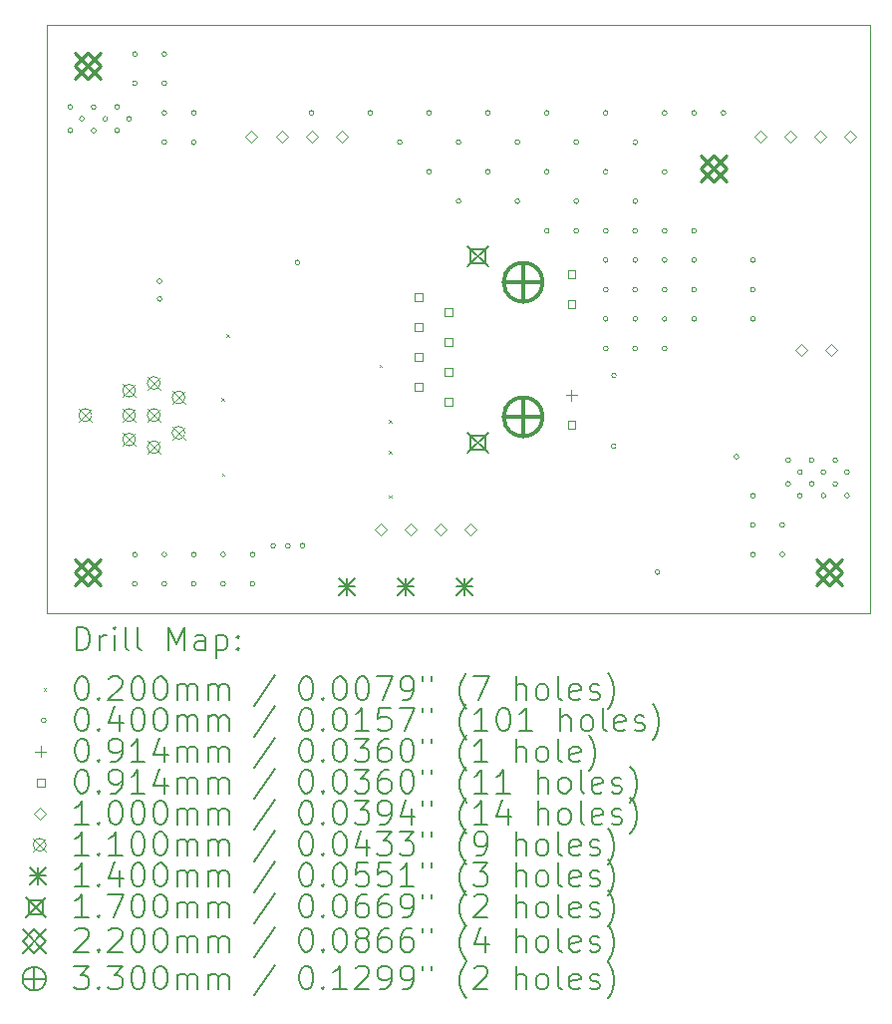
<source format=gbr>
%TF.GenerationSoftware,KiCad,Pcbnew,(6.0.8-1)-1*%
%TF.CreationDate,2022-11-24T03:29:23+08:00*%
%TF.ProjectId,CCTV3_POE_REV100,43435456-335f-4504-9f45-5f5245563130,100*%
%TF.SameCoordinates,Original*%
%TF.FileFunction,Drillmap*%
%TF.FilePolarity,Positive*%
%FSLAX45Y45*%
G04 Gerber Fmt 4.5, Leading zero omitted, Abs format (unit mm)*
G04 Created by KiCad (PCBNEW (6.0.8-1)-1) date 2022-11-24 03:29:23*
%MOMM*%
%LPD*%
G01*
G04 APERTURE LIST*
%ADD10C,0.100000*%
%ADD11C,0.200000*%
%ADD12C,0.020000*%
%ADD13C,0.040000*%
%ADD14C,0.091399*%
%ADD15C,0.091440*%
%ADD16C,0.110000*%
%ADD17C,0.140000*%
%ADD18C,0.170002*%
%ADD19C,0.220000*%
%ADD20C,0.330000*%
G04 APERTURE END LIST*
D10*
X2000000Y-2000000D02*
X9000000Y-2000000D01*
X9000000Y-2000000D02*
X9000000Y-7000000D01*
X9000000Y-7000000D02*
X2000000Y-7000000D01*
X2000000Y-7000000D02*
X2000000Y-2000000D01*
D11*
D12*
X3487780Y-5172594D02*
X3507780Y-5192594D01*
X3507780Y-5172594D02*
X3487780Y-5192594D01*
X3490000Y-5810000D02*
X3510000Y-5830000D01*
X3510000Y-5810000D02*
X3490000Y-5830000D01*
X3530000Y-4630000D02*
X3550000Y-4650000D01*
X3550000Y-4630000D02*
X3530000Y-4650000D01*
X4830000Y-4890000D02*
X4850000Y-4910000D01*
X4850000Y-4890000D02*
X4830000Y-4910000D01*
X4910000Y-5360000D02*
X4930000Y-5380000D01*
X4930000Y-5360000D02*
X4910000Y-5380000D01*
X4910000Y-5620000D02*
X4930000Y-5640000D01*
X4930000Y-5620000D02*
X4910000Y-5640000D01*
X4910000Y-6000000D02*
X4930000Y-6020000D01*
X4930000Y-6000000D02*
X4910000Y-6020000D01*
D13*
X2220000Y-2700000D02*
G75*
G03*
X2220000Y-2700000I-20000J0D01*
G01*
X2220000Y-2900000D02*
G75*
G03*
X2220000Y-2900000I-20000J0D01*
G01*
X2320000Y-2800000D02*
G75*
G03*
X2320000Y-2800000I-20000J0D01*
G01*
X2420000Y-2700000D02*
G75*
G03*
X2420000Y-2700000I-20000J0D01*
G01*
X2420000Y-2900000D02*
G75*
G03*
X2420000Y-2900000I-20000J0D01*
G01*
X2520000Y-2800000D02*
G75*
G03*
X2520000Y-2800000I-20000J0D01*
G01*
X2620000Y-2700000D02*
G75*
G03*
X2620000Y-2700000I-20000J0D01*
G01*
X2620000Y-2900000D02*
G75*
G03*
X2620000Y-2900000I-20000J0D01*
G01*
X2720000Y-2800000D02*
G75*
G03*
X2720000Y-2800000I-20000J0D01*
G01*
X2770000Y-2250000D02*
G75*
G03*
X2770000Y-2250000I-20000J0D01*
G01*
X2770000Y-2500000D02*
G75*
G03*
X2770000Y-2500000I-20000J0D01*
G01*
X2770000Y-6500000D02*
G75*
G03*
X2770000Y-6500000I-20000J0D01*
G01*
X2770000Y-6750000D02*
G75*
G03*
X2770000Y-6750000I-20000J0D01*
G01*
X2980000Y-4180000D02*
G75*
G03*
X2980000Y-4180000I-20000J0D01*
G01*
X2980000Y-4330000D02*
G75*
G03*
X2980000Y-4330000I-20000J0D01*
G01*
X3020000Y-2250000D02*
G75*
G03*
X3020000Y-2250000I-20000J0D01*
G01*
X3020000Y-2500000D02*
G75*
G03*
X3020000Y-2500000I-20000J0D01*
G01*
X3020000Y-2750000D02*
G75*
G03*
X3020000Y-2750000I-20000J0D01*
G01*
X3020000Y-3000000D02*
G75*
G03*
X3020000Y-3000000I-20000J0D01*
G01*
X3020000Y-6500000D02*
G75*
G03*
X3020000Y-6500000I-20000J0D01*
G01*
X3020000Y-6750000D02*
G75*
G03*
X3020000Y-6750000I-20000J0D01*
G01*
X3270000Y-2750000D02*
G75*
G03*
X3270000Y-2750000I-20000J0D01*
G01*
X3270000Y-3000000D02*
G75*
G03*
X3270000Y-3000000I-20000J0D01*
G01*
X3270000Y-6500000D02*
G75*
G03*
X3270000Y-6500000I-20000J0D01*
G01*
X3270000Y-6750000D02*
G75*
G03*
X3270000Y-6750000I-20000J0D01*
G01*
X3520000Y-6500000D02*
G75*
G03*
X3520000Y-6500000I-20000J0D01*
G01*
X3520000Y-6750000D02*
G75*
G03*
X3520000Y-6750000I-20000J0D01*
G01*
X3770000Y-6500000D02*
G75*
G03*
X3770000Y-6500000I-20000J0D01*
G01*
X3770000Y-6750000D02*
G75*
G03*
X3770000Y-6750000I-20000J0D01*
G01*
X3945000Y-6425000D02*
G75*
G03*
X3945000Y-6425000I-20000J0D01*
G01*
X4070000Y-6425000D02*
G75*
G03*
X4070000Y-6425000I-20000J0D01*
G01*
X4150000Y-4020000D02*
G75*
G03*
X4150000Y-4020000I-20000J0D01*
G01*
X4195000Y-6425000D02*
G75*
G03*
X4195000Y-6425000I-20000J0D01*
G01*
X4270000Y-2750000D02*
G75*
G03*
X4270000Y-2750000I-20000J0D01*
G01*
X4770000Y-2750000D02*
G75*
G03*
X4770000Y-2750000I-20000J0D01*
G01*
X5020000Y-3000000D02*
G75*
G03*
X5020000Y-3000000I-20000J0D01*
G01*
X5270000Y-2750000D02*
G75*
G03*
X5270000Y-2750000I-20000J0D01*
G01*
X5270000Y-3250000D02*
G75*
G03*
X5270000Y-3250000I-20000J0D01*
G01*
X5520000Y-3000000D02*
G75*
G03*
X5520000Y-3000000I-20000J0D01*
G01*
X5520000Y-3500000D02*
G75*
G03*
X5520000Y-3500000I-20000J0D01*
G01*
X5770000Y-2750000D02*
G75*
G03*
X5770000Y-2750000I-20000J0D01*
G01*
X5770000Y-3250000D02*
G75*
G03*
X5770000Y-3250000I-20000J0D01*
G01*
X6020000Y-3000000D02*
G75*
G03*
X6020000Y-3000000I-20000J0D01*
G01*
X6020000Y-3500000D02*
G75*
G03*
X6020000Y-3500000I-20000J0D01*
G01*
X6270000Y-2750000D02*
G75*
G03*
X6270000Y-2750000I-20000J0D01*
G01*
X6270000Y-3250000D02*
G75*
G03*
X6270000Y-3250000I-20000J0D01*
G01*
X6270000Y-3750000D02*
G75*
G03*
X6270000Y-3750000I-20000J0D01*
G01*
X6520000Y-3000000D02*
G75*
G03*
X6520000Y-3000000I-20000J0D01*
G01*
X6520000Y-3500000D02*
G75*
G03*
X6520000Y-3500000I-20000J0D01*
G01*
X6520000Y-3750000D02*
G75*
G03*
X6520000Y-3750000I-20000J0D01*
G01*
X6770000Y-2750000D02*
G75*
G03*
X6770000Y-2750000I-20000J0D01*
G01*
X6770000Y-3250000D02*
G75*
G03*
X6770000Y-3250000I-20000J0D01*
G01*
X6770000Y-3750000D02*
G75*
G03*
X6770000Y-3750000I-20000J0D01*
G01*
X6770000Y-4000000D02*
G75*
G03*
X6770000Y-4000000I-20000J0D01*
G01*
X6770000Y-4250000D02*
G75*
G03*
X6770000Y-4250000I-20000J0D01*
G01*
X6770000Y-4500000D02*
G75*
G03*
X6770000Y-4500000I-20000J0D01*
G01*
X6770000Y-4750000D02*
G75*
G03*
X6770000Y-4750000I-20000J0D01*
G01*
X6837000Y-5580000D02*
G75*
G03*
X6837000Y-5580000I-20000J0D01*
G01*
X6840000Y-4980000D02*
G75*
G03*
X6840000Y-4980000I-20000J0D01*
G01*
X7020000Y-3000000D02*
G75*
G03*
X7020000Y-3000000I-20000J0D01*
G01*
X7020000Y-3500000D02*
G75*
G03*
X7020000Y-3500000I-20000J0D01*
G01*
X7020000Y-3750000D02*
G75*
G03*
X7020000Y-3750000I-20000J0D01*
G01*
X7020000Y-4000000D02*
G75*
G03*
X7020000Y-4000000I-20000J0D01*
G01*
X7020000Y-4250000D02*
G75*
G03*
X7020000Y-4250000I-20000J0D01*
G01*
X7020000Y-4500000D02*
G75*
G03*
X7020000Y-4500000I-20000J0D01*
G01*
X7020000Y-4750000D02*
G75*
G03*
X7020000Y-4750000I-20000J0D01*
G01*
X7210000Y-6650000D02*
G75*
G03*
X7210000Y-6650000I-20000J0D01*
G01*
X7270000Y-2750000D02*
G75*
G03*
X7270000Y-2750000I-20000J0D01*
G01*
X7270000Y-3250000D02*
G75*
G03*
X7270000Y-3250000I-20000J0D01*
G01*
X7270000Y-3750000D02*
G75*
G03*
X7270000Y-3750000I-20000J0D01*
G01*
X7270000Y-4000000D02*
G75*
G03*
X7270000Y-4000000I-20000J0D01*
G01*
X7270000Y-4250000D02*
G75*
G03*
X7270000Y-4250000I-20000J0D01*
G01*
X7270000Y-4500000D02*
G75*
G03*
X7270000Y-4500000I-20000J0D01*
G01*
X7270000Y-4750000D02*
G75*
G03*
X7270000Y-4750000I-20000J0D01*
G01*
X7520000Y-2750000D02*
G75*
G03*
X7520000Y-2750000I-20000J0D01*
G01*
X7520000Y-3750000D02*
G75*
G03*
X7520000Y-3750000I-20000J0D01*
G01*
X7520000Y-4000000D02*
G75*
G03*
X7520000Y-4000000I-20000J0D01*
G01*
X7520000Y-4250000D02*
G75*
G03*
X7520000Y-4250000I-20000J0D01*
G01*
X7520000Y-4500000D02*
G75*
G03*
X7520000Y-4500000I-20000J0D01*
G01*
X7770000Y-2750000D02*
G75*
G03*
X7770000Y-2750000I-20000J0D01*
G01*
X7880000Y-5670000D02*
G75*
G03*
X7880000Y-5670000I-20000J0D01*
G01*
X8020000Y-4000000D02*
G75*
G03*
X8020000Y-4000000I-20000J0D01*
G01*
X8020000Y-4250000D02*
G75*
G03*
X8020000Y-4250000I-20000J0D01*
G01*
X8020000Y-4500000D02*
G75*
G03*
X8020000Y-4500000I-20000J0D01*
G01*
X8020000Y-6000000D02*
G75*
G03*
X8020000Y-6000000I-20000J0D01*
G01*
X8020000Y-6250000D02*
G75*
G03*
X8020000Y-6250000I-20000J0D01*
G01*
X8020000Y-6500000D02*
G75*
G03*
X8020000Y-6500000I-20000J0D01*
G01*
X8270000Y-6250000D02*
G75*
G03*
X8270000Y-6250000I-20000J0D01*
G01*
X8270000Y-6500000D02*
G75*
G03*
X8270000Y-6500000I-20000J0D01*
G01*
X8320000Y-5700000D02*
G75*
G03*
X8320000Y-5700000I-20000J0D01*
G01*
X8320000Y-5900000D02*
G75*
G03*
X8320000Y-5900000I-20000J0D01*
G01*
X8420000Y-5800000D02*
G75*
G03*
X8420000Y-5800000I-20000J0D01*
G01*
X8420000Y-6000000D02*
G75*
G03*
X8420000Y-6000000I-20000J0D01*
G01*
X8520000Y-5700000D02*
G75*
G03*
X8520000Y-5700000I-20000J0D01*
G01*
X8520000Y-5900000D02*
G75*
G03*
X8520000Y-5900000I-20000J0D01*
G01*
X8620000Y-5800000D02*
G75*
G03*
X8620000Y-5800000I-20000J0D01*
G01*
X8620000Y-6000000D02*
G75*
G03*
X8620000Y-6000000I-20000J0D01*
G01*
X8720000Y-5700000D02*
G75*
G03*
X8720000Y-5700000I-20000J0D01*
G01*
X8720000Y-5900000D02*
G75*
G03*
X8720000Y-5900000I-20000J0D01*
G01*
X8820000Y-5800000D02*
G75*
G03*
X8820000Y-5800000I-20000J0D01*
G01*
X8820000Y-6000000D02*
G75*
G03*
X8820000Y-6000000I-20000J0D01*
G01*
D14*
X6460000Y-5101300D02*
X6460000Y-5192700D01*
X6414300Y-5147000D02*
X6505700Y-5147000D01*
D15*
X5192329Y-4347329D02*
X5192329Y-4282671D01*
X5127671Y-4282671D01*
X5127671Y-4347329D01*
X5192329Y-4347329D01*
X5192329Y-4601329D02*
X5192329Y-4536671D01*
X5127671Y-4536671D01*
X5127671Y-4601329D01*
X5192329Y-4601329D01*
X5192329Y-4855329D02*
X5192329Y-4790671D01*
X5127671Y-4790671D01*
X5127671Y-4855329D01*
X5192329Y-4855329D01*
X5192329Y-5109329D02*
X5192329Y-5044671D01*
X5127671Y-5044671D01*
X5127671Y-5109329D01*
X5192329Y-5109329D01*
X5446329Y-4474329D02*
X5446329Y-4409671D01*
X5381671Y-4409671D01*
X5381671Y-4474329D01*
X5446329Y-4474329D01*
X5446329Y-4729329D02*
X5446329Y-4664671D01*
X5381671Y-4664671D01*
X5381671Y-4729329D01*
X5446329Y-4729329D01*
X5446329Y-4982329D02*
X5446329Y-4917671D01*
X5381671Y-4917671D01*
X5381671Y-4982329D01*
X5446329Y-4982329D01*
X5446329Y-5236329D02*
X5446329Y-5171671D01*
X5381671Y-5171671D01*
X5381671Y-5236329D01*
X5446329Y-5236329D01*
X6492329Y-4151329D02*
X6492329Y-4086671D01*
X6427671Y-4086671D01*
X6427671Y-4151329D01*
X6492329Y-4151329D01*
X6492329Y-4405329D02*
X6492329Y-4340671D01*
X6427671Y-4340671D01*
X6427671Y-4405329D01*
X6492329Y-4405329D01*
X6492329Y-5433329D02*
X6492329Y-5368671D01*
X6427671Y-5368671D01*
X6427671Y-5433329D01*
X6492329Y-5433329D01*
D10*
X3735000Y-3004500D02*
X3785000Y-2954500D01*
X3735000Y-2904500D01*
X3685000Y-2954500D01*
X3735000Y-3004500D01*
X3998000Y-3003500D02*
X4048000Y-2953500D01*
X3998000Y-2903500D01*
X3948000Y-2953500D01*
X3998000Y-3003500D01*
X4252000Y-3003500D02*
X4302000Y-2953500D01*
X4252000Y-2903500D01*
X4202000Y-2953500D01*
X4252000Y-3003500D01*
X4506000Y-3003500D02*
X4556000Y-2953500D01*
X4506000Y-2903500D01*
X4456000Y-2953500D01*
X4506000Y-3003500D01*
X4840000Y-6340000D02*
X4890000Y-6290000D01*
X4840000Y-6240000D01*
X4790000Y-6290000D01*
X4840000Y-6340000D01*
X5094000Y-6340000D02*
X5144000Y-6290000D01*
X5094000Y-6240000D01*
X5044000Y-6290000D01*
X5094000Y-6340000D01*
X5348000Y-6340000D02*
X5398000Y-6290000D01*
X5348000Y-6240000D01*
X5298000Y-6290000D01*
X5348000Y-6340000D01*
X5602000Y-6340000D02*
X5652000Y-6290000D01*
X5602000Y-6240000D01*
X5552000Y-6290000D01*
X5602000Y-6340000D01*
X8062000Y-3003500D02*
X8112000Y-2953500D01*
X8062000Y-2903500D01*
X8012000Y-2953500D01*
X8062000Y-3003500D01*
X8316000Y-3003500D02*
X8366000Y-2953500D01*
X8316000Y-2903500D01*
X8266000Y-2953500D01*
X8316000Y-3003500D01*
X8414500Y-4810000D02*
X8464500Y-4760000D01*
X8414500Y-4710000D01*
X8364500Y-4760000D01*
X8414500Y-4810000D01*
X8570000Y-3003500D02*
X8620000Y-2953500D01*
X8570000Y-2903500D01*
X8520000Y-2953500D01*
X8570000Y-3003500D01*
X8668500Y-4810000D02*
X8718500Y-4760000D01*
X8668500Y-4710000D01*
X8618500Y-4760000D01*
X8668500Y-4810000D01*
X8824000Y-3003500D02*
X8874000Y-2953500D01*
X8824000Y-2903500D01*
X8774000Y-2953500D01*
X8824000Y-3003500D01*
D16*
X2274025Y-5261250D02*
X2384025Y-5371250D01*
X2384025Y-5261250D02*
X2274025Y-5371250D01*
X2384025Y-5316250D02*
G75*
G03*
X2384025Y-5316250I-55000J0D01*
G01*
X2646025Y-5053750D02*
X2756025Y-5163750D01*
X2756025Y-5053750D02*
X2646025Y-5163750D01*
X2756025Y-5108750D02*
G75*
G03*
X2756025Y-5108750I-55000J0D01*
G01*
X2646025Y-5261250D02*
X2756025Y-5371250D01*
X2756025Y-5261250D02*
X2646025Y-5371250D01*
X2756025Y-5316250D02*
G75*
G03*
X2756025Y-5316250I-55000J0D01*
G01*
X2646025Y-5468750D02*
X2756025Y-5578750D01*
X2756025Y-5468750D02*
X2646025Y-5578750D01*
X2756025Y-5523750D02*
G75*
G03*
X2756025Y-5523750I-55000J0D01*
G01*
X2856025Y-4988750D02*
X2966025Y-5098750D01*
X2966025Y-4988750D02*
X2856025Y-5098750D01*
X2966025Y-5043750D02*
G75*
G03*
X2966025Y-5043750I-55000J0D01*
G01*
X2856025Y-5261250D02*
X2966025Y-5371250D01*
X2966025Y-5261250D02*
X2856025Y-5371250D01*
X2966025Y-5316250D02*
G75*
G03*
X2966025Y-5316250I-55000J0D01*
G01*
X2856025Y-5533750D02*
X2966025Y-5643750D01*
X2966025Y-5533750D02*
X2856025Y-5643750D01*
X2966025Y-5588750D02*
G75*
G03*
X2966025Y-5588750I-55000J0D01*
G01*
X3066025Y-5111250D02*
X3176025Y-5221250D01*
X3176025Y-5111250D02*
X3066025Y-5221250D01*
X3176025Y-5166250D02*
G75*
G03*
X3176025Y-5166250I-55000J0D01*
G01*
X3066025Y-5411250D02*
X3176025Y-5521250D01*
X3176025Y-5411250D02*
X3066025Y-5521250D01*
X3176025Y-5466250D02*
G75*
G03*
X3176025Y-5466250I-55000J0D01*
G01*
D17*
X4480000Y-6702250D02*
X4620000Y-6842250D01*
X4620000Y-6702250D02*
X4480000Y-6842250D01*
X4550000Y-6702250D02*
X4550000Y-6842250D01*
X4480000Y-6772250D02*
X4620000Y-6772250D01*
X4980000Y-6702250D02*
X5120000Y-6842250D01*
X5120000Y-6702250D02*
X4980000Y-6842250D01*
X5050000Y-6702250D02*
X5050000Y-6842250D01*
X4980000Y-6772250D02*
X5120000Y-6772250D01*
X5480000Y-6702250D02*
X5620000Y-6842250D01*
X5620000Y-6702250D02*
X5480000Y-6842250D01*
X5550000Y-6702250D02*
X5550000Y-6842250D01*
X5480000Y-6772250D02*
X5620000Y-6772250D01*
D18*
X5578999Y-3883999D02*
X5749001Y-4054001D01*
X5749001Y-3883999D02*
X5578999Y-4054001D01*
X5724105Y-4029105D02*
X5724105Y-3908895D01*
X5603895Y-3908895D01*
X5603895Y-4029105D01*
X5724105Y-4029105D01*
X5578999Y-5465999D02*
X5749001Y-5636001D01*
X5749001Y-5465999D02*
X5578999Y-5636001D01*
X5724105Y-5611105D02*
X5724105Y-5490895D01*
X5603895Y-5490895D01*
X5603895Y-5611105D01*
X5724105Y-5611105D01*
D19*
X2240000Y-2240000D02*
X2460000Y-2460000D01*
X2460000Y-2240000D02*
X2240000Y-2460000D01*
X2350000Y-2460000D02*
X2460000Y-2350000D01*
X2350000Y-2240000D01*
X2240000Y-2350000D01*
X2350000Y-2460000D01*
X2240000Y-6540000D02*
X2460000Y-6760000D01*
X2460000Y-6540000D02*
X2240000Y-6760000D01*
X2350000Y-6760000D02*
X2460000Y-6650000D01*
X2350000Y-6540000D01*
X2240000Y-6650000D01*
X2350000Y-6760000D01*
X7560000Y-3110000D02*
X7780000Y-3330000D01*
X7780000Y-3110000D02*
X7560000Y-3330000D01*
X7670000Y-3330000D02*
X7780000Y-3220000D01*
X7670000Y-3110000D01*
X7560000Y-3220000D01*
X7670000Y-3330000D01*
X8540000Y-6540000D02*
X8760000Y-6760000D01*
X8760000Y-6540000D02*
X8540000Y-6760000D01*
X8650000Y-6760000D02*
X8760000Y-6650000D01*
X8650000Y-6540000D01*
X8540000Y-6650000D01*
X8650000Y-6760000D01*
D20*
X6049000Y-4023000D02*
X6049000Y-4353000D01*
X5884000Y-4188000D02*
X6214000Y-4188000D01*
X6214000Y-4188000D02*
G75*
G03*
X6214000Y-4188000I-165000J0D01*
G01*
X6049000Y-5166000D02*
X6049000Y-5496000D01*
X5884000Y-5331000D02*
X6214000Y-5331000D01*
X6214000Y-5331000D02*
G75*
G03*
X6214000Y-5331000I-165000J0D01*
G01*
D11*
X2252619Y-7315476D02*
X2252619Y-7115476D01*
X2300238Y-7115476D01*
X2328810Y-7125000D01*
X2347857Y-7144048D01*
X2357381Y-7163095D01*
X2366905Y-7201190D01*
X2366905Y-7229762D01*
X2357381Y-7267857D01*
X2347857Y-7286905D01*
X2328810Y-7305952D01*
X2300238Y-7315476D01*
X2252619Y-7315476D01*
X2452619Y-7315476D02*
X2452619Y-7182143D01*
X2452619Y-7220238D02*
X2462143Y-7201190D01*
X2471667Y-7191667D01*
X2490714Y-7182143D01*
X2509762Y-7182143D01*
X2576429Y-7315476D02*
X2576429Y-7182143D01*
X2576429Y-7115476D02*
X2566905Y-7125000D01*
X2576429Y-7134524D01*
X2585952Y-7125000D01*
X2576429Y-7115476D01*
X2576429Y-7134524D01*
X2700238Y-7315476D02*
X2681190Y-7305952D01*
X2671667Y-7286905D01*
X2671667Y-7115476D01*
X2805000Y-7315476D02*
X2785952Y-7305952D01*
X2776429Y-7286905D01*
X2776429Y-7115476D01*
X3033571Y-7315476D02*
X3033571Y-7115476D01*
X3100238Y-7258333D01*
X3166905Y-7115476D01*
X3166905Y-7315476D01*
X3347857Y-7315476D02*
X3347857Y-7210714D01*
X3338333Y-7191667D01*
X3319286Y-7182143D01*
X3281190Y-7182143D01*
X3262143Y-7191667D01*
X3347857Y-7305952D02*
X3328809Y-7315476D01*
X3281190Y-7315476D01*
X3262143Y-7305952D01*
X3252619Y-7286905D01*
X3252619Y-7267857D01*
X3262143Y-7248809D01*
X3281190Y-7239286D01*
X3328809Y-7239286D01*
X3347857Y-7229762D01*
X3443095Y-7182143D02*
X3443095Y-7382143D01*
X3443095Y-7191667D02*
X3462143Y-7182143D01*
X3500238Y-7182143D01*
X3519286Y-7191667D01*
X3528809Y-7201190D01*
X3538333Y-7220238D01*
X3538333Y-7277381D01*
X3528809Y-7296428D01*
X3519286Y-7305952D01*
X3500238Y-7315476D01*
X3462143Y-7315476D01*
X3443095Y-7305952D01*
X3624048Y-7296428D02*
X3633571Y-7305952D01*
X3624048Y-7315476D01*
X3614524Y-7305952D01*
X3624048Y-7296428D01*
X3624048Y-7315476D01*
X3624048Y-7191667D02*
X3633571Y-7201190D01*
X3624048Y-7210714D01*
X3614524Y-7201190D01*
X3624048Y-7191667D01*
X3624048Y-7210714D01*
D12*
X1975000Y-7635000D02*
X1995000Y-7655000D01*
X1995000Y-7635000D02*
X1975000Y-7655000D01*
D11*
X2290714Y-7535476D02*
X2309762Y-7535476D01*
X2328810Y-7545000D01*
X2338333Y-7554524D01*
X2347857Y-7573571D01*
X2357381Y-7611667D01*
X2357381Y-7659286D01*
X2347857Y-7697381D01*
X2338333Y-7716428D01*
X2328810Y-7725952D01*
X2309762Y-7735476D01*
X2290714Y-7735476D01*
X2271667Y-7725952D01*
X2262143Y-7716428D01*
X2252619Y-7697381D01*
X2243095Y-7659286D01*
X2243095Y-7611667D01*
X2252619Y-7573571D01*
X2262143Y-7554524D01*
X2271667Y-7545000D01*
X2290714Y-7535476D01*
X2443095Y-7716428D02*
X2452619Y-7725952D01*
X2443095Y-7735476D01*
X2433571Y-7725952D01*
X2443095Y-7716428D01*
X2443095Y-7735476D01*
X2528810Y-7554524D02*
X2538333Y-7545000D01*
X2557381Y-7535476D01*
X2605000Y-7535476D01*
X2624048Y-7545000D01*
X2633571Y-7554524D01*
X2643095Y-7573571D01*
X2643095Y-7592619D01*
X2633571Y-7621190D01*
X2519286Y-7735476D01*
X2643095Y-7735476D01*
X2766905Y-7535476D02*
X2785952Y-7535476D01*
X2805000Y-7545000D01*
X2814524Y-7554524D01*
X2824048Y-7573571D01*
X2833571Y-7611667D01*
X2833571Y-7659286D01*
X2824048Y-7697381D01*
X2814524Y-7716428D01*
X2805000Y-7725952D01*
X2785952Y-7735476D01*
X2766905Y-7735476D01*
X2747857Y-7725952D01*
X2738333Y-7716428D01*
X2728810Y-7697381D01*
X2719286Y-7659286D01*
X2719286Y-7611667D01*
X2728810Y-7573571D01*
X2738333Y-7554524D01*
X2747857Y-7545000D01*
X2766905Y-7535476D01*
X2957381Y-7535476D02*
X2976428Y-7535476D01*
X2995476Y-7545000D01*
X3005000Y-7554524D01*
X3014524Y-7573571D01*
X3024048Y-7611667D01*
X3024048Y-7659286D01*
X3014524Y-7697381D01*
X3005000Y-7716428D01*
X2995476Y-7725952D01*
X2976428Y-7735476D01*
X2957381Y-7735476D01*
X2938333Y-7725952D01*
X2928809Y-7716428D01*
X2919286Y-7697381D01*
X2909762Y-7659286D01*
X2909762Y-7611667D01*
X2919286Y-7573571D01*
X2928809Y-7554524D01*
X2938333Y-7545000D01*
X2957381Y-7535476D01*
X3109762Y-7735476D02*
X3109762Y-7602143D01*
X3109762Y-7621190D02*
X3119286Y-7611667D01*
X3138333Y-7602143D01*
X3166905Y-7602143D01*
X3185952Y-7611667D01*
X3195476Y-7630714D01*
X3195476Y-7735476D01*
X3195476Y-7630714D02*
X3205000Y-7611667D01*
X3224048Y-7602143D01*
X3252619Y-7602143D01*
X3271667Y-7611667D01*
X3281190Y-7630714D01*
X3281190Y-7735476D01*
X3376428Y-7735476D02*
X3376428Y-7602143D01*
X3376428Y-7621190D02*
X3385952Y-7611667D01*
X3405000Y-7602143D01*
X3433571Y-7602143D01*
X3452619Y-7611667D01*
X3462143Y-7630714D01*
X3462143Y-7735476D01*
X3462143Y-7630714D02*
X3471667Y-7611667D01*
X3490714Y-7602143D01*
X3519286Y-7602143D01*
X3538333Y-7611667D01*
X3547857Y-7630714D01*
X3547857Y-7735476D01*
X3938333Y-7525952D02*
X3766905Y-7783095D01*
X4195476Y-7535476D02*
X4214524Y-7535476D01*
X4233571Y-7545000D01*
X4243095Y-7554524D01*
X4252619Y-7573571D01*
X4262143Y-7611667D01*
X4262143Y-7659286D01*
X4252619Y-7697381D01*
X4243095Y-7716428D01*
X4233571Y-7725952D01*
X4214524Y-7735476D01*
X4195476Y-7735476D01*
X4176428Y-7725952D01*
X4166905Y-7716428D01*
X4157381Y-7697381D01*
X4147857Y-7659286D01*
X4147857Y-7611667D01*
X4157381Y-7573571D01*
X4166905Y-7554524D01*
X4176428Y-7545000D01*
X4195476Y-7535476D01*
X4347857Y-7716428D02*
X4357381Y-7725952D01*
X4347857Y-7735476D01*
X4338333Y-7725952D01*
X4347857Y-7716428D01*
X4347857Y-7735476D01*
X4481190Y-7535476D02*
X4500238Y-7535476D01*
X4519286Y-7545000D01*
X4528810Y-7554524D01*
X4538333Y-7573571D01*
X4547857Y-7611667D01*
X4547857Y-7659286D01*
X4538333Y-7697381D01*
X4528810Y-7716428D01*
X4519286Y-7725952D01*
X4500238Y-7735476D01*
X4481190Y-7735476D01*
X4462143Y-7725952D01*
X4452619Y-7716428D01*
X4443095Y-7697381D01*
X4433571Y-7659286D01*
X4433571Y-7611667D01*
X4443095Y-7573571D01*
X4452619Y-7554524D01*
X4462143Y-7545000D01*
X4481190Y-7535476D01*
X4671667Y-7535476D02*
X4690714Y-7535476D01*
X4709762Y-7545000D01*
X4719286Y-7554524D01*
X4728810Y-7573571D01*
X4738333Y-7611667D01*
X4738333Y-7659286D01*
X4728810Y-7697381D01*
X4719286Y-7716428D01*
X4709762Y-7725952D01*
X4690714Y-7735476D01*
X4671667Y-7735476D01*
X4652619Y-7725952D01*
X4643095Y-7716428D01*
X4633571Y-7697381D01*
X4624048Y-7659286D01*
X4624048Y-7611667D01*
X4633571Y-7573571D01*
X4643095Y-7554524D01*
X4652619Y-7545000D01*
X4671667Y-7535476D01*
X4805000Y-7535476D02*
X4938333Y-7535476D01*
X4852619Y-7735476D01*
X5024048Y-7735476D02*
X5062143Y-7735476D01*
X5081190Y-7725952D01*
X5090714Y-7716428D01*
X5109762Y-7687857D01*
X5119286Y-7649762D01*
X5119286Y-7573571D01*
X5109762Y-7554524D01*
X5100238Y-7545000D01*
X5081190Y-7535476D01*
X5043095Y-7535476D01*
X5024048Y-7545000D01*
X5014524Y-7554524D01*
X5005000Y-7573571D01*
X5005000Y-7621190D01*
X5014524Y-7640238D01*
X5024048Y-7649762D01*
X5043095Y-7659286D01*
X5081190Y-7659286D01*
X5100238Y-7649762D01*
X5109762Y-7640238D01*
X5119286Y-7621190D01*
X5195476Y-7535476D02*
X5195476Y-7573571D01*
X5271667Y-7535476D02*
X5271667Y-7573571D01*
X5566905Y-7811667D02*
X5557381Y-7802143D01*
X5538333Y-7773571D01*
X5528810Y-7754524D01*
X5519286Y-7725952D01*
X5509762Y-7678333D01*
X5509762Y-7640238D01*
X5519286Y-7592619D01*
X5528810Y-7564048D01*
X5538333Y-7545000D01*
X5557381Y-7516428D01*
X5566905Y-7506905D01*
X5624048Y-7535476D02*
X5757381Y-7535476D01*
X5671667Y-7735476D01*
X5985952Y-7735476D02*
X5985952Y-7535476D01*
X6071667Y-7735476D02*
X6071667Y-7630714D01*
X6062143Y-7611667D01*
X6043095Y-7602143D01*
X6014524Y-7602143D01*
X5995476Y-7611667D01*
X5985952Y-7621190D01*
X6195476Y-7735476D02*
X6176428Y-7725952D01*
X6166905Y-7716428D01*
X6157381Y-7697381D01*
X6157381Y-7640238D01*
X6166905Y-7621190D01*
X6176428Y-7611667D01*
X6195476Y-7602143D01*
X6224048Y-7602143D01*
X6243095Y-7611667D01*
X6252619Y-7621190D01*
X6262143Y-7640238D01*
X6262143Y-7697381D01*
X6252619Y-7716428D01*
X6243095Y-7725952D01*
X6224048Y-7735476D01*
X6195476Y-7735476D01*
X6376428Y-7735476D02*
X6357381Y-7725952D01*
X6347857Y-7706905D01*
X6347857Y-7535476D01*
X6528809Y-7725952D02*
X6509762Y-7735476D01*
X6471667Y-7735476D01*
X6452619Y-7725952D01*
X6443095Y-7706905D01*
X6443095Y-7630714D01*
X6452619Y-7611667D01*
X6471667Y-7602143D01*
X6509762Y-7602143D01*
X6528809Y-7611667D01*
X6538333Y-7630714D01*
X6538333Y-7649762D01*
X6443095Y-7668809D01*
X6614524Y-7725952D02*
X6633571Y-7735476D01*
X6671667Y-7735476D01*
X6690714Y-7725952D01*
X6700238Y-7706905D01*
X6700238Y-7697381D01*
X6690714Y-7678333D01*
X6671667Y-7668809D01*
X6643095Y-7668809D01*
X6624048Y-7659286D01*
X6614524Y-7640238D01*
X6614524Y-7630714D01*
X6624048Y-7611667D01*
X6643095Y-7602143D01*
X6671667Y-7602143D01*
X6690714Y-7611667D01*
X6766905Y-7811667D02*
X6776428Y-7802143D01*
X6795476Y-7773571D01*
X6805000Y-7754524D01*
X6814524Y-7725952D01*
X6824048Y-7678333D01*
X6824048Y-7640238D01*
X6814524Y-7592619D01*
X6805000Y-7564048D01*
X6795476Y-7545000D01*
X6776428Y-7516428D01*
X6766905Y-7506905D01*
D13*
X1995000Y-7909000D02*
G75*
G03*
X1995000Y-7909000I-20000J0D01*
G01*
D11*
X2290714Y-7799476D02*
X2309762Y-7799476D01*
X2328810Y-7809000D01*
X2338333Y-7818524D01*
X2347857Y-7837571D01*
X2357381Y-7875667D01*
X2357381Y-7923286D01*
X2347857Y-7961381D01*
X2338333Y-7980428D01*
X2328810Y-7989952D01*
X2309762Y-7999476D01*
X2290714Y-7999476D01*
X2271667Y-7989952D01*
X2262143Y-7980428D01*
X2252619Y-7961381D01*
X2243095Y-7923286D01*
X2243095Y-7875667D01*
X2252619Y-7837571D01*
X2262143Y-7818524D01*
X2271667Y-7809000D01*
X2290714Y-7799476D01*
X2443095Y-7980428D02*
X2452619Y-7989952D01*
X2443095Y-7999476D01*
X2433571Y-7989952D01*
X2443095Y-7980428D01*
X2443095Y-7999476D01*
X2624048Y-7866143D02*
X2624048Y-7999476D01*
X2576429Y-7789952D02*
X2528810Y-7932809D01*
X2652619Y-7932809D01*
X2766905Y-7799476D02*
X2785952Y-7799476D01*
X2805000Y-7809000D01*
X2814524Y-7818524D01*
X2824048Y-7837571D01*
X2833571Y-7875667D01*
X2833571Y-7923286D01*
X2824048Y-7961381D01*
X2814524Y-7980428D01*
X2805000Y-7989952D01*
X2785952Y-7999476D01*
X2766905Y-7999476D01*
X2747857Y-7989952D01*
X2738333Y-7980428D01*
X2728810Y-7961381D01*
X2719286Y-7923286D01*
X2719286Y-7875667D01*
X2728810Y-7837571D01*
X2738333Y-7818524D01*
X2747857Y-7809000D01*
X2766905Y-7799476D01*
X2957381Y-7799476D02*
X2976428Y-7799476D01*
X2995476Y-7809000D01*
X3005000Y-7818524D01*
X3014524Y-7837571D01*
X3024048Y-7875667D01*
X3024048Y-7923286D01*
X3014524Y-7961381D01*
X3005000Y-7980428D01*
X2995476Y-7989952D01*
X2976428Y-7999476D01*
X2957381Y-7999476D01*
X2938333Y-7989952D01*
X2928809Y-7980428D01*
X2919286Y-7961381D01*
X2909762Y-7923286D01*
X2909762Y-7875667D01*
X2919286Y-7837571D01*
X2928809Y-7818524D01*
X2938333Y-7809000D01*
X2957381Y-7799476D01*
X3109762Y-7999476D02*
X3109762Y-7866143D01*
X3109762Y-7885190D02*
X3119286Y-7875667D01*
X3138333Y-7866143D01*
X3166905Y-7866143D01*
X3185952Y-7875667D01*
X3195476Y-7894714D01*
X3195476Y-7999476D01*
X3195476Y-7894714D02*
X3205000Y-7875667D01*
X3224048Y-7866143D01*
X3252619Y-7866143D01*
X3271667Y-7875667D01*
X3281190Y-7894714D01*
X3281190Y-7999476D01*
X3376428Y-7999476D02*
X3376428Y-7866143D01*
X3376428Y-7885190D02*
X3385952Y-7875667D01*
X3405000Y-7866143D01*
X3433571Y-7866143D01*
X3452619Y-7875667D01*
X3462143Y-7894714D01*
X3462143Y-7999476D01*
X3462143Y-7894714D02*
X3471667Y-7875667D01*
X3490714Y-7866143D01*
X3519286Y-7866143D01*
X3538333Y-7875667D01*
X3547857Y-7894714D01*
X3547857Y-7999476D01*
X3938333Y-7789952D02*
X3766905Y-8047095D01*
X4195476Y-7799476D02*
X4214524Y-7799476D01*
X4233571Y-7809000D01*
X4243095Y-7818524D01*
X4252619Y-7837571D01*
X4262143Y-7875667D01*
X4262143Y-7923286D01*
X4252619Y-7961381D01*
X4243095Y-7980428D01*
X4233571Y-7989952D01*
X4214524Y-7999476D01*
X4195476Y-7999476D01*
X4176428Y-7989952D01*
X4166905Y-7980428D01*
X4157381Y-7961381D01*
X4147857Y-7923286D01*
X4147857Y-7875667D01*
X4157381Y-7837571D01*
X4166905Y-7818524D01*
X4176428Y-7809000D01*
X4195476Y-7799476D01*
X4347857Y-7980428D02*
X4357381Y-7989952D01*
X4347857Y-7999476D01*
X4338333Y-7989952D01*
X4347857Y-7980428D01*
X4347857Y-7999476D01*
X4481190Y-7799476D02*
X4500238Y-7799476D01*
X4519286Y-7809000D01*
X4528810Y-7818524D01*
X4538333Y-7837571D01*
X4547857Y-7875667D01*
X4547857Y-7923286D01*
X4538333Y-7961381D01*
X4528810Y-7980428D01*
X4519286Y-7989952D01*
X4500238Y-7999476D01*
X4481190Y-7999476D01*
X4462143Y-7989952D01*
X4452619Y-7980428D01*
X4443095Y-7961381D01*
X4433571Y-7923286D01*
X4433571Y-7875667D01*
X4443095Y-7837571D01*
X4452619Y-7818524D01*
X4462143Y-7809000D01*
X4481190Y-7799476D01*
X4738333Y-7999476D02*
X4624048Y-7999476D01*
X4681190Y-7999476D02*
X4681190Y-7799476D01*
X4662143Y-7828048D01*
X4643095Y-7847095D01*
X4624048Y-7856619D01*
X4919286Y-7799476D02*
X4824048Y-7799476D01*
X4814524Y-7894714D01*
X4824048Y-7885190D01*
X4843095Y-7875667D01*
X4890714Y-7875667D01*
X4909762Y-7885190D01*
X4919286Y-7894714D01*
X4928810Y-7913762D01*
X4928810Y-7961381D01*
X4919286Y-7980428D01*
X4909762Y-7989952D01*
X4890714Y-7999476D01*
X4843095Y-7999476D01*
X4824048Y-7989952D01*
X4814524Y-7980428D01*
X4995476Y-7799476D02*
X5128810Y-7799476D01*
X5043095Y-7999476D01*
X5195476Y-7799476D02*
X5195476Y-7837571D01*
X5271667Y-7799476D02*
X5271667Y-7837571D01*
X5566905Y-8075667D02*
X5557381Y-8066143D01*
X5538333Y-8037571D01*
X5528810Y-8018524D01*
X5519286Y-7989952D01*
X5509762Y-7942333D01*
X5509762Y-7904238D01*
X5519286Y-7856619D01*
X5528810Y-7828048D01*
X5538333Y-7809000D01*
X5557381Y-7780428D01*
X5566905Y-7770905D01*
X5747857Y-7999476D02*
X5633571Y-7999476D01*
X5690714Y-7999476D02*
X5690714Y-7799476D01*
X5671667Y-7828048D01*
X5652619Y-7847095D01*
X5633571Y-7856619D01*
X5871667Y-7799476D02*
X5890714Y-7799476D01*
X5909762Y-7809000D01*
X5919286Y-7818524D01*
X5928809Y-7837571D01*
X5938333Y-7875667D01*
X5938333Y-7923286D01*
X5928809Y-7961381D01*
X5919286Y-7980428D01*
X5909762Y-7989952D01*
X5890714Y-7999476D01*
X5871667Y-7999476D01*
X5852619Y-7989952D01*
X5843095Y-7980428D01*
X5833571Y-7961381D01*
X5824048Y-7923286D01*
X5824048Y-7875667D01*
X5833571Y-7837571D01*
X5843095Y-7818524D01*
X5852619Y-7809000D01*
X5871667Y-7799476D01*
X6128809Y-7999476D02*
X6014524Y-7999476D01*
X6071667Y-7999476D02*
X6071667Y-7799476D01*
X6052619Y-7828048D01*
X6033571Y-7847095D01*
X6014524Y-7856619D01*
X6366905Y-7999476D02*
X6366905Y-7799476D01*
X6452619Y-7999476D02*
X6452619Y-7894714D01*
X6443095Y-7875667D01*
X6424048Y-7866143D01*
X6395476Y-7866143D01*
X6376428Y-7875667D01*
X6366905Y-7885190D01*
X6576428Y-7999476D02*
X6557381Y-7989952D01*
X6547857Y-7980428D01*
X6538333Y-7961381D01*
X6538333Y-7904238D01*
X6547857Y-7885190D01*
X6557381Y-7875667D01*
X6576428Y-7866143D01*
X6605000Y-7866143D01*
X6624048Y-7875667D01*
X6633571Y-7885190D01*
X6643095Y-7904238D01*
X6643095Y-7961381D01*
X6633571Y-7980428D01*
X6624048Y-7989952D01*
X6605000Y-7999476D01*
X6576428Y-7999476D01*
X6757381Y-7999476D02*
X6738333Y-7989952D01*
X6728809Y-7970905D01*
X6728809Y-7799476D01*
X6909762Y-7989952D02*
X6890714Y-7999476D01*
X6852619Y-7999476D01*
X6833571Y-7989952D01*
X6824048Y-7970905D01*
X6824048Y-7894714D01*
X6833571Y-7875667D01*
X6852619Y-7866143D01*
X6890714Y-7866143D01*
X6909762Y-7875667D01*
X6919286Y-7894714D01*
X6919286Y-7913762D01*
X6824048Y-7932809D01*
X6995476Y-7989952D02*
X7014524Y-7999476D01*
X7052619Y-7999476D01*
X7071667Y-7989952D01*
X7081190Y-7970905D01*
X7081190Y-7961381D01*
X7071667Y-7942333D01*
X7052619Y-7932809D01*
X7024048Y-7932809D01*
X7005000Y-7923286D01*
X6995476Y-7904238D01*
X6995476Y-7894714D01*
X7005000Y-7875667D01*
X7024048Y-7866143D01*
X7052619Y-7866143D01*
X7071667Y-7875667D01*
X7147857Y-8075667D02*
X7157381Y-8066143D01*
X7176428Y-8037571D01*
X7185952Y-8018524D01*
X7195476Y-7989952D01*
X7205000Y-7942333D01*
X7205000Y-7904238D01*
X7195476Y-7856619D01*
X7185952Y-7828048D01*
X7176428Y-7809000D01*
X7157381Y-7780428D01*
X7147857Y-7770905D01*
D14*
X1949300Y-8127300D02*
X1949300Y-8218700D01*
X1903601Y-8173000D02*
X1995000Y-8173000D01*
D11*
X2290714Y-8063476D02*
X2309762Y-8063476D01*
X2328810Y-8073000D01*
X2338333Y-8082524D01*
X2347857Y-8101571D01*
X2357381Y-8139667D01*
X2357381Y-8187286D01*
X2347857Y-8225381D01*
X2338333Y-8244428D01*
X2328810Y-8253952D01*
X2309762Y-8263476D01*
X2290714Y-8263476D01*
X2271667Y-8253952D01*
X2262143Y-8244428D01*
X2252619Y-8225381D01*
X2243095Y-8187286D01*
X2243095Y-8139667D01*
X2252619Y-8101571D01*
X2262143Y-8082524D01*
X2271667Y-8073000D01*
X2290714Y-8063476D01*
X2443095Y-8244428D02*
X2452619Y-8253952D01*
X2443095Y-8263476D01*
X2433571Y-8253952D01*
X2443095Y-8244428D01*
X2443095Y-8263476D01*
X2547857Y-8263476D02*
X2585952Y-8263476D01*
X2605000Y-8253952D01*
X2614524Y-8244428D01*
X2633571Y-8215857D01*
X2643095Y-8177762D01*
X2643095Y-8101571D01*
X2633571Y-8082524D01*
X2624048Y-8073000D01*
X2605000Y-8063476D01*
X2566905Y-8063476D01*
X2547857Y-8073000D01*
X2538333Y-8082524D01*
X2528810Y-8101571D01*
X2528810Y-8149190D01*
X2538333Y-8168238D01*
X2547857Y-8177762D01*
X2566905Y-8187286D01*
X2605000Y-8187286D01*
X2624048Y-8177762D01*
X2633571Y-8168238D01*
X2643095Y-8149190D01*
X2833571Y-8263476D02*
X2719286Y-8263476D01*
X2776429Y-8263476D02*
X2776429Y-8063476D01*
X2757381Y-8092048D01*
X2738333Y-8111095D01*
X2719286Y-8120619D01*
X3005000Y-8130143D02*
X3005000Y-8263476D01*
X2957381Y-8053952D02*
X2909762Y-8196809D01*
X3033571Y-8196809D01*
X3109762Y-8263476D02*
X3109762Y-8130143D01*
X3109762Y-8149190D02*
X3119286Y-8139667D01*
X3138333Y-8130143D01*
X3166905Y-8130143D01*
X3185952Y-8139667D01*
X3195476Y-8158714D01*
X3195476Y-8263476D01*
X3195476Y-8158714D02*
X3205000Y-8139667D01*
X3224048Y-8130143D01*
X3252619Y-8130143D01*
X3271667Y-8139667D01*
X3281190Y-8158714D01*
X3281190Y-8263476D01*
X3376428Y-8263476D02*
X3376428Y-8130143D01*
X3376428Y-8149190D02*
X3385952Y-8139667D01*
X3405000Y-8130143D01*
X3433571Y-8130143D01*
X3452619Y-8139667D01*
X3462143Y-8158714D01*
X3462143Y-8263476D01*
X3462143Y-8158714D02*
X3471667Y-8139667D01*
X3490714Y-8130143D01*
X3519286Y-8130143D01*
X3538333Y-8139667D01*
X3547857Y-8158714D01*
X3547857Y-8263476D01*
X3938333Y-8053952D02*
X3766905Y-8311095D01*
X4195476Y-8063476D02*
X4214524Y-8063476D01*
X4233571Y-8073000D01*
X4243095Y-8082524D01*
X4252619Y-8101571D01*
X4262143Y-8139667D01*
X4262143Y-8187286D01*
X4252619Y-8225381D01*
X4243095Y-8244428D01*
X4233571Y-8253952D01*
X4214524Y-8263476D01*
X4195476Y-8263476D01*
X4176428Y-8253952D01*
X4166905Y-8244428D01*
X4157381Y-8225381D01*
X4147857Y-8187286D01*
X4147857Y-8139667D01*
X4157381Y-8101571D01*
X4166905Y-8082524D01*
X4176428Y-8073000D01*
X4195476Y-8063476D01*
X4347857Y-8244428D02*
X4357381Y-8253952D01*
X4347857Y-8263476D01*
X4338333Y-8253952D01*
X4347857Y-8244428D01*
X4347857Y-8263476D01*
X4481190Y-8063476D02*
X4500238Y-8063476D01*
X4519286Y-8073000D01*
X4528810Y-8082524D01*
X4538333Y-8101571D01*
X4547857Y-8139667D01*
X4547857Y-8187286D01*
X4538333Y-8225381D01*
X4528810Y-8244428D01*
X4519286Y-8253952D01*
X4500238Y-8263476D01*
X4481190Y-8263476D01*
X4462143Y-8253952D01*
X4452619Y-8244428D01*
X4443095Y-8225381D01*
X4433571Y-8187286D01*
X4433571Y-8139667D01*
X4443095Y-8101571D01*
X4452619Y-8082524D01*
X4462143Y-8073000D01*
X4481190Y-8063476D01*
X4614524Y-8063476D02*
X4738333Y-8063476D01*
X4671667Y-8139667D01*
X4700238Y-8139667D01*
X4719286Y-8149190D01*
X4728810Y-8158714D01*
X4738333Y-8177762D01*
X4738333Y-8225381D01*
X4728810Y-8244428D01*
X4719286Y-8253952D01*
X4700238Y-8263476D01*
X4643095Y-8263476D01*
X4624048Y-8253952D01*
X4614524Y-8244428D01*
X4909762Y-8063476D02*
X4871667Y-8063476D01*
X4852619Y-8073000D01*
X4843095Y-8082524D01*
X4824048Y-8111095D01*
X4814524Y-8149190D01*
X4814524Y-8225381D01*
X4824048Y-8244428D01*
X4833571Y-8253952D01*
X4852619Y-8263476D01*
X4890714Y-8263476D01*
X4909762Y-8253952D01*
X4919286Y-8244428D01*
X4928810Y-8225381D01*
X4928810Y-8177762D01*
X4919286Y-8158714D01*
X4909762Y-8149190D01*
X4890714Y-8139667D01*
X4852619Y-8139667D01*
X4833571Y-8149190D01*
X4824048Y-8158714D01*
X4814524Y-8177762D01*
X5052619Y-8063476D02*
X5071667Y-8063476D01*
X5090714Y-8073000D01*
X5100238Y-8082524D01*
X5109762Y-8101571D01*
X5119286Y-8139667D01*
X5119286Y-8187286D01*
X5109762Y-8225381D01*
X5100238Y-8244428D01*
X5090714Y-8253952D01*
X5071667Y-8263476D01*
X5052619Y-8263476D01*
X5033571Y-8253952D01*
X5024048Y-8244428D01*
X5014524Y-8225381D01*
X5005000Y-8187286D01*
X5005000Y-8139667D01*
X5014524Y-8101571D01*
X5024048Y-8082524D01*
X5033571Y-8073000D01*
X5052619Y-8063476D01*
X5195476Y-8063476D02*
X5195476Y-8101571D01*
X5271667Y-8063476D02*
X5271667Y-8101571D01*
X5566905Y-8339667D02*
X5557381Y-8330143D01*
X5538333Y-8301571D01*
X5528810Y-8282524D01*
X5519286Y-8253952D01*
X5509762Y-8206333D01*
X5509762Y-8168238D01*
X5519286Y-8120619D01*
X5528810Y-8092048D01*
X5538333Y-8073000D01*
X5557381Y-8044428D01*
X5566905Y-8034905D01*
X5747857Y-8263476D02*
X5633571Y-8263476D01*
X5690714Y-8263476D02*
X5690714Y-8063476D01*
X5671667Y-8092048D01*
X5652619Y-8111095D01*
X5633571Y-8120619D01*
X5985952Y-8263476D02*
X5985952Y-8063476D01*
X6071667Y-8263476D02*
X6071667Y-8158714D01*
X6062143Y-8139667D01*
X6043095Y-8130143D01*
X6014524Y-8130143D01*
X5995476Y-8139667D01*
X5985952Y-8149190D01*
X6195476Y-8263476D02*
X6176428Y-8253952D01*
X6166905Y-8244428D01*
X6157381Y-8225381D01*
X6157381Y-8168238D01*
X6166905Y-8149190D01*
X6176428Y-8139667D01*
X6195476Y-8130143D01*
X6224048Y-8130143D01*
X6243095Y-8139667D01*
X6252619Y-8149190D01*
X6262143Y-8168238D01*
X6262143Y-8225381D01*
X6252619Y-8244428D01*
X6243095Y-8253952D01*
X6224048Y-8263476D01*
X6195476Y-8263476D01*
X6376428Y-8263476D02*
X6357381Y-8253952D01*
X6347857Y-8234905D01*
X6347857Y-8063476D01*
X6528809Y-8253952D02*
X6509762Y-8263476D01*
X6471667Y-8263476D01*
X6452619Y-8253952D01*
X6443095Y-8234905D01*
X6443095Y-8158714D01*
X6452619Y-8139667D01*
X6471667Y-8130143D01*
X6509762Y-8130143D01*
X6528809Y-8139667D01*
X6538333Y-8158714D01*
X6538333Y-8177762D01*
X6443095Y-8196809D01*
X6605000Y-8339667D02*
X6614524Y-8330143D01*
X6633571Y-8301571D01*
X6643095Y-8282524D01*
X6652619Y-8253952D01*
X6662143Y-8206333D01*
X6662143Y-8168238D01*
X6652619Y-8120619D01*
X6643095Y-8092048D01*
X6633571Y-8073000D01*
X6614524Y-8044428D01*
X6605000Y-8034905D01*
D15*
X1981609Y-8469329D02*
X1981609Y-8404671D01*
X1916951Y-8404671D01*
X1916951Y-8469329D01*
X1981609Y-8469329D01*
D11*
X2290714Y-8327476D02*
X2309762Y-8327476D01*
X2328810Y-8337000D01*
X2338333Y-8346524D01*
X2347857Y-8365571D01*
X2357381Y-8403667D01*
X2357381Y-8451286D01*
X2347857Y-8489381D01*
X2338333Y-8508429D01*
X2328810Y-8517952D01*
X2309762Y-8527476D01*
X2290714Y-8527476D01*
X2271667Y-8517952D01*
X2262143Y-8508429D01*
X2252619Y-8489381D01*
X2243095Y-8451286D01*
X2243095Y-8403667D01*
X2252619Y-8365571D01*
X2262143Y-8346524D01*
X2271667Y-8337000D01*
X2290714Y-8327476D01*
X2443095Y-8508429D02*
X2452619Y-8517952D01*
X2443095Y-8527476D01*
X2433571Y-8517952D01*
X2443095Y-8508429D01*
X2443095Y-8527476D01*
X2547857Y-8527476D02*
X2585952Y-8527476D01*
X2605000Y-8517952D01*
X2614524Y-8508429D01*
X2633571Y-8479857D01*
X2643095Y-8441762D01*
X2643095Y-8365571D01*
X2633571Y-8346524D01*
X2624048Y-8337000D01*
X2605000Y-8327476D01*
X2566905Y-8327476D01*
X2547857Y-8337000D01*
X2538333Y-8346524D01*
X2528810Y-8365571D01*
X2528810Y-8413190D01*
X2538333Y-8432238D01*
X2547857Y-8441762D01*
X2566905Y-8451286D01*
X2605000Y-8451286D01*
X2624048Y-8441762D01*
X2633571Y-8432238D01*
X2643095Y-8413190D01*
X2833571Y-8527476D02*
X2719286Y-8527476D01*
X2776429Y-8527476D02*
X2776429Y-8327476D01*
X2757381Y-8356048D01*
X2738333Y-8375095D01*
X2719286Y-8384619D01*
X3005000Y-8394143D02*
X3005000Y-8527476D01*
X2957381Y-8317952D02*
X2909762Y-8460810D01*
X3033571Y-8460810D01*
X3109762Y-8527476D02*
X3109762Y-8394143D01*
X3109762Y-8413190D02*
X3119286Y-8403667D01*
X3138333Y-8394143D01*
X3166905Y-8394143D01*
X3185952Y-8403667D01*
X3195476Y-8422714D01*
X3195476Y-8527476D01*
X3195476Y-8422714D02*
X3205000Y-8403667D01*
X3224048Y-8394143D01*
X3252619Y-8394143D01*
X3271667Y-8403667D01*
X3281190Y-8422714D01*
X3281190Y-8527476D01*
X3376428Y-8527476D02*
X3376428Y-8394143D01*
X3376428Y-8413190D02*
X3385952Y-8403667D01*
X3405000Y-8394143D01*
X3433571Y-8394143D01*
X3452619Y-8403667D01*
X3462143Y-8422714D01*
X3462143Y-8527476D01*
X3462143Y-8422714D02*
X3471667Y-8403667D01*
X3490714Y-8394143D01*
X3519286Y-8394143D01*
X3538333Y-8403667D01*
X3547857Y-8422714D01*
X3547857Y-8527476D01*
X3938333Y-8317952D02*
X3766905Y-8575095D01*
X4195476Y-8327476D02*
X4214524Y-8327476D01*
X4233571Y-8337000D01*
X4243095Y-8346524D01*
X4252619Y-8365571D01*
X4262143Y-8403667D01*
X4262143Y-8451286D01*
X4252619Y-8489381D01*
X4243095Y-8508429D01*
X4233571Y-8517952D01*
X4214524Y-8527476D01*
X4195476Y-8527476D01*
X4176428Y-8517952D01*
X4166905Y-8508429D01*
X4157381Y-8489381D01*
X4147857Y-8451286D01*
X4147857Y-8403667D01*
X4157381Y-8365571D01*
X4166905Y-8346524D01*
X4176428Y-8337000D01*
X4195476Y-8327476D01*
X4347857Y-8508429D02*
X4357381Y-8517952D01*
X4347857Y-8527476D01*
X4338333Y-8517952D01*
X4347857Y-8508429D01*
X4347857Y-8527476D01*
X4481190Y-8327476D02*
X4500238Y-8327476D01*
X4519286Y-8337000D01*
X4528810Y-8346524D01*
X4538333Y-8365571D01*
X4547857Y-8403667D01*
X4547857Y-8451286D01*
X4538333Y-8489381D01*
X4528810Y-8508429D01*
X4519286Y-8517952D01*
X4500238Y-8527476D01*
X4481190Y-8527476D01*
X4462143Y-8517952D01*
X4452619Y-8508429D01*
X4443095Y-8489381D01*
X4433571Y-8451286D01*
X4433571Y-8403667D01*
X4443095Y-8365571D01*
X4452619Y-8346524D01*
X4462143Y-8337000D01*
X4481190Y-8327476D01*
X4614524Y-8327476D02*
X4738333Y-8327476D01*
X4671667Y-8403667D01*
X4700238Y-8403667D01*
X4719286Y-8413190D01*
X4728810Y-8422714D01*
X4738333Y-8441762D01*
X4738333Y-8489381D01*
X4728810Y-8508429D01*
X4719286Y-8517952D01*
X4700238Y-8527476D01*
X4643095Y-8527476D01*
X4624048Y-8517952D01*
X4614524Y-8508429D01*
X4909762Y-8327476D02*
X4871667Y-8327476D01*
X4852619Y-8337000D01*
X4843095Y-8346524D01*
X4824048Y-8375095D01*
X4814524Y-8413190D01*
X4814524Y-8489381D01*
X4824048Y-8508429D01*
X4833571Y-8517952D01*
X4852619Y-8527476D01*
X4890714Y-8527476D01*
X4909762Y-8517952D01*
X4919286Y-8508429D01*
X4928810Y-8489381D01*
X4928810Y-8441762D01*
X4919286Y-8422714D01*
X4909762Y-8413190D01*
X4890714Y-8403667D01*
X4852619Y-8403667D01*
X4833571Y-8413190D01*
X4824048Y-8422714D01*
X4814524Y-8441762D01*
X5052619Y-8327476D02*
X5071667Y-8327476D01*
X5090714Y-8337000D01*
X5100238Y-8346524D01*
X5109762Y-8365571D01*
X5119286Y-8403667D01*
X5119286Y-8451286D01*
X5109762Y-8489381D01*
X5100238Y-8508429D01*
X5090714Y-8517952D01*
X5071667Y-8527476D01*
X5052619Y-8527476D01*
X5033571Y-8517952D01*
X5024048Y-8508429D01*
X5014524Y-8489381D01*
X5005000Y-8451286D01*
X5005000Y-8403667D01*
X5014524Y-8365571D01*
X5024048Y-8346524D01*
X5033571Y-8337000D01*
X5052619Y-8327476D01*
X5195476Y-8327476D02*
X5195476Y-8365571D01*
X5271667Y-8327476D02*
X5271667Y-8365571D01*
X5566905Y-8603667D02*
X5557381Y-8594143D01*
X5538333Y-8565571D01*
X5528810Y-8546524D01*
X5519286Y-8517952D01*
X5509762Y-8470333D01*
X5509762Y-8432238D01*
X5519286Y-8384619D01*
X5528810Y-8356048D01*
X5538333Y-8337000D01*
X5557381Y-8308428D01*
X5566905Y-8298905D01*
X5747857Y-8527476D02*
X5633571Y-8527476D01*
X5690714Y-8527476D02*
X5690714Y-8327476D01*
X5671667Y-8356048D01*
X5652619Y-8375095D01*
X5633571Y-8384619D01*
X5938333Y-8527476D02*
X5824048Y-8527476D01*
X5881190Y-8527476D02*
X5881190Y-8327476D01*
X5862143Y-8356048D01*
X5843095Y-8375095D01*
X5824048Y-8384619D01*
X6176428Y-8527476D02*
X6176428Y-8327476D01*
X6262143Y-8527476D02*
X6262143Y-8422714D01*
X6252619Y-8403667D01*
X6233571Y-8394143D01*
X6205000Y-8394143D01*
X6185952Y-8403667D01*
X6176428Y-8413190D01*
X6385952Y-8527476D02*
X6366905Y-8517952D01*
X6357381Y-8508429D01*
X6347857Y-8489381D01*
X6347857Y-8432238D01*
X6357381Y-8413190D01*
X6366905Y-8403667D01*
X6385952Y-8394143D01*
X6414524Y-8394143D01*
X6433571Y-8403667D01*
X6443095Y-8413190D01*
X6452619Y-8432238D01*
X6452619Y-8489381D01*
X6443095Y-8508429D01*
X6433571Y-8517952D01*
X6414524Y-8527476D01*
X6385952Y-8527476D01*
X6566905Y-8527476D02*
X6547857Y-8517952D01*
X6538333Y-8498905D01*
X6538333Y-8327476D01*
X6719286Y-8517952D02*
X6700238Y-8527476D01*
X6662143Y-8527476D01*
X6643095Y-8517952D01*
X6633571Y-8498905D01*
X6633571Y-8422714D01*
X6643095Y-8403667D01*
X6662143Y-8394143D01*
X6700238Y-8394143D01*
X6719286Y-8403667D01*
X6728809Y-8422714D01*
X6728809Y-8441762D01*
X6633571Y-8460810D01*
X6805000Y-8517952D02*
X6824048Y-8527476D01*
X6862143Y-8527476D01*
X6881190Y-8517952D01*
X6890714Y-8498905D01*
X6890714Y-8489381D01*
X6881190Y-8470333D01*
X6862143Y-8460810D01*
X6833571Y-8460810D01*
X6814524Y-8451286D01*
X6805000Y-8432238D01*
X6805000Y-8422714D01*
X6814524Y-8403667D01*
X6833571Y-8394143D01*
X6862143Y-8394143D01*
X6881190Y-8403667D01*
X6957381Y-8603667D02*
X6966905Y-8594143D01*
X6985952Y-8565571D01*
X6995476Y-8546524D01*
X7005000Y-8517952D01*
X7014524Y-8470333D01*
X7014524Y-8432238D01*
X7005000Y-8384619D01*
X6995476Y-8356048D01*
X6985952Y-8337000D01*
X6966905Y-8308428D01*
X6957381Y-8298905D01*
D10*
X1945000Y-8751000D02*
X1995000Y-8701000D01*
X1945000Y-8651000D01*
X1895000Y-8701000D01*
X1945000Y-8751000D01*
D11*
X2357381Y-8791476D02*
X2243095Y-8791476D01*
X2300238Y-8791476D02*
X2300238Y-8591476D01*
X2281190Y-8620048D01*
X2262143Y-8639095D01*
X2243095Y-8648619D01*
X2443095Y-8772429D02*
X2452619Y-8781952D01*
X2443095Y-8791476D01*
X2433571Y-8781952D01*
X2443095Y-8772429D01*
X2443095Y-8791476D01*
X2576429Y-8591476D02*
X2595476Y-8591476D01*
X2614524Y-8601000D01*
X2624048Y-8610524D01*
X2633571Y-8629571D01*
X2643095Y-8667667D01*
X2643095Y-8715286D01*
X2633571Y-8753381D01*
X2624048Y-8772429D01*
X2614524Y-8781952D01*
X2595476Y-8791476D01*
X2576429Y-8791476D01*
X2557381Y-8781952D01*
X2547857Y-8772429D01*
X2538333Y-8753381D01*
X2528810Y-8715286D01*
X2528810Y-8667667D01*
X2538333Y-8629571D01*
X2547857Y-8610524D01*
X2557381Y-8601000D01*
X2576429Y-8591476D01*
X2766905Y-8591476D02*
X2785952Y-8591476D01*
X2805000Y-8601000D01*
X2814524Y-8610524D01*
X2824048Y-8629571D01*
X2833571Y-8667667D01*
X2833571Y-8715286D01*
X2824048Y-8753381D01*
X2814524Y-8772429D01*
X2805000Y-8781952D01*
X2785952Y-8791476D01*
X2766905Y-8791476D01*
X2747857Y-8781952D01*
X2738333Y-8772429D01*
X2728810Y-8753381D01*
X2719286Y-8715286D01*
X2719286Y-8667667D01*
X2728810Y-8629571D01*
X2738333Y-8610524D01*
X2747857Y-8601000D01*
X2766905Y-8591476D01*
X2957381Y-8591476D02*
X2976428Y-8591476D01*
X2995476Y-8601000D01*
X3005000Y-8610524D01*
X3014524Y-8629571D01*
X3024048Y-8667667D01*
X3024048Y-8715286D01*
X3014524Y-8753381D01*
X3005000Y-8772429D01*
X2995476Y-8781952D01*
X2976428Y-8791476D01*
X2957381Y-8791476D01*
X2938333Y-8781952D01*
X2928809Y-8772429D01*
X2919286Y-8753381D01*
X2909762Y-8715286D01*
X2909762Y-8667667D01*
X2919286Y-8629571D01*
X2928809Y-8610524D01*
X2938333Y-8601000D01*
X2957381Y-8591476D01*
X3109762Y-8791476D02*
X3109762Y-8658143D01*
X3109762Y-8677190D02*
X3119286Y-8667667D01*
X3138333Y-8658143D01*
X3166905Y-8658143D01*
X3185952Y-8667667D01*
X3195476Y-8686714D01*
X3195476Y-8791476D01*
X3195476Y-8686714D02*
X3205000Y-8667667D01*
X3224048Y-8658143D01*
X3252619Y-8658143D01*
X3271667Y-8667667D01*
X3281190Y-8686714D01*
X3281190Y-8791476D01*
X3376428Y-8791476D02*
X3376428Y-8658143D01*
X3376428Y-8677190D02*
X3385952Y-8667667D01*
X3405000Y-8658143D01*
X3433571Y-8658143D01*
X3452619Y-8667667D01*
X3462143Y-8686714D01*
X3462143Y-8791476D01*
X3462143Y-8686714D02*
X3471667Y-8667667D01*
X3490714Y-8658143D01*
X3519286Y-8658143D01*
X3538333Y-8667667D01*
X3547857Y-8686714D01*
X3547857Y-8791476D01*
X3938333Y-8581952D02*
X3766905Y-8839095D01*
X4195476Y-8591476D02*
X4214524Y-8591476D01*
X4233571Y-8601000D01*
X4243095Y-8610524D01*
X4252619Y-8629571D01*
X4262143Y-8667667D01*
X4262143Y-8715286D01*
X4252619Y-8753381D01*
X4243095Y-8772429D01*
X4233571Y-8781952D01*
X4214524Y-8791476D01*
X4195476Y-8791476D01*
X4176428Y-8781952D01*
X4166905Y-8772429D01*
X4157381Y-8753381D01*
X4147857Y-8715286D01*
X4147857Y-8667667D01*
X4157381Y-8629571D01*
X4166905Y-8610524D01*
X4176428Y-8601000D01*
X4195476Y-8591476D01*
X4347857Y-8772429D02*
X4357381Y-8781952D01*
X4347857Y-8791476D01*
X4338333Y-8781952D01*
X4347857Y-8772429D01*
X4347857Y-8791476D01*
X4481190Y-8591476D02*
X4500238Y-8591476D01*
X4519286Y-8601000D01*
X4528810Y-8610524D01*
X4538333Y-8629571D01*
X4547857Y-8667667D01*
X4547857Y-8715286D01*
X4538333Y-8753381D01*
X4528810Y-8772429D01*
X4519286Y-8781952D01*
X4500238Y-8791476D01*
X4481190Y-8791476D01*
X4462143Y-8781952D01*
X4452619Y-8772429D01*
X4443095Y-8753381D01*
X4433571Y-8715286D01*
X4433571Y-8667667D01*
X4443095Y-8629571D01*
X4452619Y-8610524D01*
X4462143Y-8601000D01*
X4481190Y-8591476D01*
X4614524Y-8591476D02*
X4738333Y-8591476D01*
X4671667Y-8667667D01*
X4700238Y-8667667D01*
X4719286Y-8677190D01*
X4728810Y-8686714D01*
X4738333Y-8705762D01*
X4738333Y-8753381D01*
X4728810Y-8772429D01*
X4719286Y-8781952D01*
X4700238Y-8791476D01*
X4643095Y-8791476D01*
X4624048Y-8781952D01*
X4614524Y-8772429D01*
X4833571Y-8791476D02*
X4871667Y-8791476D01*
X4890714Y-8781952D01*
X4900238Y-8772429D01*
X4919286Y-8743857D01*
X4928810Y-8705762D01*
X4928810Y-8629571D01*
X4919286Y-8610524D01*
X4909762Y-8601000D01*
X4890714Y-8591476D01*
X4852619Y-8591476D01*
X4833571Y-8601000D01*
X4824048Y-8610524D01*
X4814524Y-8629571D01*
X4814524Y-8677190D01*
X4824048Y-8696238D01*
X4833571Y-8705762D01*
X4852619Y-8715286D01*
X4890714Y-8715286D01*
X4909762Y-8705762D01*
X4919286Y-8696238D01*
X4928810Y-8677190D01*
X5100238Y-8658143D02*
X5100238Y-8791476D01*
X5052619Y-8581952D02*
X5005000Y-8724810D01*
X5128810Y-8724810D01*
X5195476Y-8591476D02*
X5195476Y-8629571D01*
X5271667Y-8591476D02*
X5271667Y-8629571D01*
X5566905Y-8867667D02*
X5557381Y-8858143D01*
X5538333Y-8829571D01*
X5528810Y-8810524D01*
X5519286Y-8781952D01*
X5509762Y-8734333D01*
X5509762Y-8696238D01*
X5519286Y-8648619D01*
X5528810Y-8620048D01*
X5538333Y-8601000D01*
X5557381Y-8572429D01*
X5566905Y-8562905D01*
X5747857Y-8791476D02*
X5633571Y-8791476D01*
X5690714Y-8791476D02*
X5690714Y-8591476D01*
X5671667Y-8620048D01*
X5652619Y-8639095D01*
X5633571Y-8648619D01*
X5919286Y-8658143D02*
X5919286Y-8791476D01*
X5871667Y-8581952D02*
X5824048Y-8724810D01*
X5947857Y-8724810D01*
X6176428Y-8791476D02*
X6176428Y-8591476D01*
X6262143Y-8791476D02*
X6262143Y-8686714D01*
X6252619Y-8667667D01*
X6233571Y-8658143D01*
X6205000Y-8658143D01*
X6185952Y-8667667D01*
X6176428Y-8677190D01*
X6385952Y-8791476D02*
X6366905Y-8781952D01*
X6357381Y-8772429D01*
X6347857Y-8753381D01*
X6347857Y-8696238D01*
X6357381Y-8677190D01*
X6366905Y-8667667D01*
X6385952Y-8658143D01*
X6414524Y-8658143D01*
X6433571Y-8667667D01*
X6443095Y-8677190D01*
X6452619Y-8696238D01*
X6452619Y-8753381D01*
X6443095Y-8772429D01*
X6433571Y-8781952D01*
X6414524Y-8791476D01*
X6385952Y-8791476D01*
X6566905Y-8791476D02*
X6547857Y-8781952D01*
X6538333Y-8762905D01*
X6538333Y-8591476D01*
X6719286Y-8781952D02*
X6700238Y-8791476D01*
X6662143Y-8791476D01*
X6643095Y-8781952D01*
X6633571Y-8762905D01*
X6633571Y-8686714D01*
X6643095Y-8667667D01*
X6662143Y-8658143D01*
X6700238Y-8658143D01*
X6719286Y-8667667D01*
X6728809Y-8686714D01*
X6728809Y-8705762D01*
X6633571Y-8724810D01*
X6805000Y-8781952D02*
X6824048Y-8791476D01*
X6862143Y-8791476D01*
X6881190Y-8781952D01*
X6890714Y-8762905D01*
X6890714Y-8753381D01*
X6881190Y-8734333D01*
X6862143Y-8724810D01*
X6833571Y-8724810D01*
X6814524Y-8715286D01*
X6805000Y-8696238D01*
X6805000Y-8686714D01*
X6814524Y-8667667D01*
X6833571Y-8658143D01*
X6862143Y-8658143D01*
X6881190Y-8667667D01*
X6957381Y-8867667D02*
X6966905Y-8858143D01*
X6985952Y-8829571D01*
X6995476Y-8810524D01*
X7005000Y-8781952D01*
X7014524Y-8734333D01*
X7014524Y-8696238D01*
X7005000Y-8648619D01*
X6995476Y-8620048D01*
X6985952Y-8601000D01*
X6966905Y-8572429D01*
X6957381Y-8562905D01*
D16*
X1885000Y-8910000D02*
X1995000Y-9020000D01*
X1995000Y-8910000D02*
X1885000Y-9020000D01*
X1995000Y-8965000D02*
G75*
G03*
X1995000Y-8965000I-55000J0D01*
G01*
D11*
X2357381Y-9055476D02*
X2243095Y-9055476D01*
X2300238Y-9055476D02*
X2300238Y-8855476D01*
X2281190Y-8884048D01*
X2262143Y-8903095D01*
X2243095Y-8912619D01*
X2443095Y-9036429D02*
X2452619Y-9045952D01*
X2443095Y-9055476D01*
X2433571Y-9045952D01*
X2443095Y-9036429D01*
X2443095Y-9055476D01*
X2643095Y-9055476D02*
X2528810Y-9055476D01*
X2585952Y-9055476D02*
X2585952Y-8855476D01*
X2566905Y-8884048D01*
X2547857Y-8903095D01*
X2528810Y-8912619D01*
X2766905Y-8855476D02*
X2785952Y-8855476D01*
X2805000Y-8865000D01*
X2814524Y-8874524D01*
X2824048Y-8893571D01*
X2833571Y-8931667D01*
X2833571Y-8979286D01*
X2824048Y-9017381D01*
X2814524Y-9036429D01*
X2805000Y-9045952D01*
X2785952Y-9055476D01*
X2766905Y-9055476D01*
X2747857Y-9045952D01*
X2738333Y-9036429D01*
X2728810Y-9017381D01*
X2719286Y-8979286D01*
X2719286Y-8931667D01*
X2728810Y-8893571D01*
X2738333Y-8874524D01*
X2747857Y-8865000D01*
X2766905Y-8855476D01*
X2957381Y-8855476D02*
X2976428Y-8855476D01*
X2995476Y-8865000D01*
X3005000Y-8874524D01*
X3014524Y-8893571D01*
X3024048Y-8931667D01*
X3024048Y-8979286D01*
X3014524Y-9017381D01*
X3005000Y-9036429D01*
X2995476Y-9045952D01*
X2976428Y-9055476D01*
X2957381Y-9055476D01*
X2938333Y-9045952D01*
X2928809Y-9036429D01*
X2919286Y-9017381D01*
X2909762Y-8979286D01*
X2909762Y-8931667D01*
X2919286Y-8893571D01*
X2928809Y-8874524D01*
X2938333Y-8865000D01*
X2957381Y-8855476D01*
X3109762Y-9055476D02*
X3109762Y-8922143D01*
X3109762Y-8941190D02*
X3119286Y-8931667D01*
X3138333Y-8922143D01*
X3166905Y-8922143D01*
X3185952Y-8931667D01*
X3195476Y-8950714D01*
X3195476Y-9055476D01*
X3195476Y-8950714D02*
X3205000Y-8931667D01*
X3224048Y-8922143D01*
X3252619Y-8922143D01*
X3271667Y-8931667D01*
X3281190Y-8950714D01*
X3281190Y-9055476D01*
X3376428Y-9055476D02*
X3376428Y-8922143D01*
X3376428Y-8941190D02*
X3385952Y-8931667D01*
X3405000Y-8922143D01*
X3433571Y-8922143D01*
X3452619Y-8931667D01*
X3462143Y-8950714D01*
X3462143Y-9055476D01*
X3462143Y-8950714D02*
X3471667Y-8931667D01*
X3490714Y-8922143D01*
X3519286Y-8922143D01*
X3538333Y-8931667D01*
X3547857Y-8950714D01*
X3547857Y-9055476D01*
X3938333Y-8845952D02*
X3766905Y-9103095D01*
X4195476Y-8855476D02*
X4214524Y-8855476D01*
X4233571Y-8865000D01*
X4243095Y-8874524D01*
X4252619Y-8893571D01*
X4262143Y-8931667D01*
X4262143Y-8979286D01*
X4252619Y-9017381D01*
X4243095Y-9036429D01*
X4233571Y-9045952D01*
X4214524Y-9055476D01*
X4195476Y-9055476D01*
X4176428Y-9045952D01*
X4166905Y-9036429D01*
X4157381Y-9017381D01*
X4147857Y-8979286D01*
X4147857Y-8931667D01*
X4157381Y-8893571D01*
X4166905Y-8874524D01*
X4176428Y-8865000D01*
X4195476Y-8855476D01*
X4347857Y-9036429D02*
X4357381Y-9045952D01*
X4347857Y-9055476D01*
X4338333Y-9045952D01*
X4347857Y-9036429D01*
X4347857Y-9055476D01*
X4481190Y-8855476D02*
X4500238Y-8855476D01*
X4519286Y-8865000D01*
X4528810Y-8874524D01*
X4538333Y-8893571D01*
X4547857Y-8931667D01*
X4547857Y-8979286D01*
X4538333Y-9017381D01*
X4528810Y-9036429D01*
X4519286Y-9045952D01*
X4500238Y-9055476D01*
X4481190Y-9055476D01*
X4462143Y-9045952D01*
X4452619Y-9036429D01*
X4443095Y-9017381D01*
X4433571Y-8979286D01*
X4433571Y-8931667D01*
X4443095Y-8893571D01*
X4452619Y-8874524D01*
X4462143Y-8865000D01*
X4481190Y-8855476D01*
X4719286Y-8922143D02*
X4719286Y-9055476D01*
X4671667Y-8845952D02*
X4624048Y-8988810D01*
X4747857Y-8988810D01*
X4805000Y-8855476D02*
X4928810Y-8855476D01*
X4862143Y-8931667D01*
X4890714Y-8931667D01*
X4909762Y-8941190D01*
X4919286Y-8950714D01*
X4928810Y-8969762D01*
X4928810Y-9017381D01*
X4919286Y-9036429D01*
X4909762Y-9045952D01*
X4890714Y-9055476D01*
X4833571Y-9055476D01*
X4814524Y-9045952D01*
X4805000Y-9036429D01*
X4995476Y-8855476D02*
X5119286Y-8855476D01*
X5052619Y-8931667D01*
X5081190Y-8931667D01*
X5100238Y-8941190D01*
X5109762Y-8950714D01*
X5119286Y-8969762D01*
X5119286Y-9017381D01*
X5109762Y-9036429D01*
X5100238Y-9045952D01*
X5081190Y-9055476D01*
X5024048Y-9055476D01*
X5005000Y-9045952D01*
X4995476Y-9036429D01*
X5195476Y-8855476D02*
X5195476Y-8893571D01*
X5271667Y-8855476D02*
X5271667Y-8893571D01*
X5566905Y-9131667D02*
X5557381Y-9122143D01*
X5538333Y-9093571D01*
X5528810Y-9074524D01*
X5519286Y-9045952D01*
X5509762Y-8998333D01*
X5509762Y-8960238D01*
X5519286Y-8912619D01*
X5528810Y-8884048D01*
X5538333Y-8865000D01*
X5557381Y-8836429D01*
X5566905Y-8826905D01*
X5652619Y-9055476D02*
X5690714Y-9055476D01*
X5709762Y-9045952D01*
X5719286Y-9036429D01*
X5738333Y-9007857D01*
X5747857Y-8969762D01*
X5747857Y-8893571D01*
X5738333Y-8874524D01*
X5728809Y-8865000D01*
X5709762Y-8855476D01*
X5671667Y-8855476D01*
X5652619Y-8865000D01*
X5643095Y-8874524D01*
X5633571Y-8893571D01*
X5633571Y-8941190D01*
X5643095Y-8960238D01*
X5652619Y-8969762D01*
X5671667Y-8979286D01*
X5709762Y-8979286D01*
X5728809Y-8969762D01*
X5738333Y-8960238D01*
X5747857Y-8941190D01*
X5985952Y-9055476D02*
X5985952Y-8855476D01*
X6071667Y-9055476D02*
X6071667Y-8950714D01*
X6062143Y-8931667D01*
X6043095Y-8922143D01*
X6014524Y-8922143D01*
X5995476Y-8931667D01*
X5985952Y-8941190D01*
X6195476Y-9055476D02*
X6176428Y-9045952D01*
X6166905Y-9036429D01*
X6157381Y-9017381D01*
X6157381Y-8960238D01*
X6166905Y-8941190D01*
X6176428Y-8931667D01*
X6195476Y-8922143D01*
X6224048Y-8922143D01*
X6243095Y-8931667D01*
X6252619Y-8941190D01*
X6262143Y-8960238D01*
X6262143Y-9017381D01*
X6252619Y-9036429D01*
X6243095Y-9045952D01*
X6224048Y-9055476D01*
X6195476Y-9055476D01*
X6376428Y-9055476D02*
X6357381Y-9045952D01*
X6347857Y-9026905D01*
X6347857Y-8855476D01*
X6528809Y-9045952D02*
X6509762Y-9055476D01*
X6471667Y-9055476D01*
X6452619Y-9045952D01*
X6443095Y-9026905D01*
X6443095Y-8950714D01*
X6452619Y-8931667D01*
X6471667Y-8922143D01*
X6509762Y-8922143D01*
X6528809Y-8931667D01*
X6538333Y-8950714D01*
X6538333Y-8969762D01*
X6443095Y-8988810D01*
X6614524Y-9045952D02*
X6633571Y-9055476D01*
X6671667Y-9055476D01*
X6690714Y-9045952D01*
X6700238Y-9026905D01*
X6700238Y-9017381D01*
X6690714Y-8998333D01*
X6671667Y-8988810D01*
X6643095Y-8988810D01*
X6624048Y-8979286D01*
X6614524Y-8960238D01*
X6614524Y-8950714D01*
X6624048Y-8931667D01*
X6643095Y-8922143D01*
X6671667Y-8922143D01*
X6690714Y-8931667D01*
X6766905Y-9131667D02*
X6776428Y-9122143D01*
X6795476Y-9093571D01*
X6805000Y-9074524D01*
X6814524Y-9045952D01*
X6824048Y-8998333D01*
X6824048Y-8960238D01*
X6814524Y-8912619D01*
X6805000Y-8884048D01*
X6795476Y-8865000D01*
X6776428Y-8836429D01*
X6766905Y-8826905D01*
D17*
X1855000Y-9159000D02*
X1995000Y-9299000D01*
X1995000Y-9159000D02*
X1855000Y-9299000D01*
X1925000Y-9159000D02*
X1925000Y-9299000D01*
X1855000Y-9229000D02*
X1995000Y-9229000D01*
D11*
X2357381Y-9319476D02*
X2243095Y-9319476D01*
X2300238Y-9319476D02*
X2300238Y-9119476D01*
X2281190Y-9148048D01*
X2262143Y-9167095D01*
X2243095Y-9176619D01*
X2443095Y-9300429D02*
X2452619Y-9309952D01*
X2443095Y-9319476D01*
X2433571Y-9309952D01*
X2443095Y-9300429D01*
X2443095Y-9319476D01*
X2624048Y-9186143D02*
X2624048Y-9319476D01*
X2576429Y-9109952D02*
X2528810Y-9252810D01*
X2652619Y-9252810D01*
X2766905Y-9119476D02*
X2785952Y-9119476D01*
X2805000Y-9129000D01*
X2814524Y-9138524D01*
X2824048Y-9157571D01*
X2833571Y-9195667D01*
X2833571Y-9243286D01*
X2824048Y-9281381D01*
X2814524Y-9300429D01*
X2805000Y-9309952D01*
X2785952Y-9319476D01*
X2766905Y-9319476D01*
X2747857Y-9309952D01*
X2738333Y-9300429D01*
X2728810Y-9281381D01*
X2719286Y-9243286D01*
X2719286Y-9195667D01*
X2728810Y-9157571D01*
X2738333Y-9138524D01*
X2747857Y-9129000D01*
X2766905Y-9119476D01*
X2957381Y-9119476D02*
X2976428Y-9119476D01*
X2995476Y-9129000D01*
X3005000Y-9138524D01*
X3014524Y-9157571D01*
X3024048Y-9195667D01*
X3024048Y-9243286D01*
X3014524Y-9281381D01*
X3005000Y-9300429D01*
X2995476Y-9309952D01*
X2976428Y-9319476D01*
X2957381Y-9319476D01*
X2938333Y-9309952D01*
X2928809Y-9300429D01*
X2919286Y-9281381D01*
X2909762Y-9243286D01*
X2909762Y-9195667D01*
X2919286Y-9157571D01*
X2928809Y-9138524D01*
X2938333Y-9129000D01*
X2957381Y-9119476D01*
X3109762Y-9319476D02*
X3109762Y-9186143D01*
X3109762Y-9205190D02*
X3119286Y-9195667D01*
X3138333Y-9186143D01*
X3166905Y-9186143D01*
X3185952Y-9195667D01*
X3195476Y-9214714D01*
X3195476Y-9319476D01*
X3195476Y-9214714D02*
X3205000Y-9195667D01*
X3224048Y-9186143D01*
X3252619Y-9186143D01*
X3271667Y-9195667D01*
X3281190Y-9214714D01*
X3281190Y-9319476D01*
X3376428Y-9319476D02*
X3376428Y-9186143D01*
X3376428Y-9205190D02*
X3385952Y-9195667D01*
X3405000Y-9186143D01*
X3433571Y-9186143D01*
X3452619Y-9195667D01*
X3462143Y-9214714D01*
X3462143Y-9319476D01*
X3462143Y-9214714D02*
X3471667Y-9195667D01*
X3490714Y-9186143D01*
X3519286Y-9186143D01*
X3538333Y-9195667D01*
X3547857Y-9214714D01*
X3547857Y-9319476D01*
X3938333Y-9109952D02*
X3766905Y-9367095D01*
X4195476Y-9119476D02*
X4214524Y-9119476D01*
X4233571Y-9129000D01*
X4243095Y-9138524D01*
X4252619Y-9157571D01*
X4262143Y-9195667D01*
X4262143Y-9243286D01*
X4252619Y-9281381D01*
X4243095Y-9300429D01*
X4233571Y-9309952D01*
X4214524Y-9319476D01*
X4195476Y-9319476D01*
X4176428Y-9309952D01*
X4166905Y-9300429D01*
X4157381Y-9281381D01*
X4147857Y-9243286D01*
X4147857Y-9195667D01*
X4157381Y-9157571D01*
X4166905Y-9138524D01*
X4176428Y-9129000D01*
X4195476Y-9119476D01*
X4347857Y-9300429D02*
X4357381Y-9309952D01*
X4347857Y-9319476D01*
X4338333Y-9309952D01*
X4347857Y-9300429D01*
X4347857Y-9319476D01*
X4481190Y-9119476D02*
X4500238Y-9119476D01*
X4519286Y-9129000D01*
X4528810Y-9138524D01*
X4538333Y-9157571D01*
X4547857Y-9195667D01*
X4547857Y-9243286D01*
X4538333Y-9281381D01*
X4528810Y-9300429D01*
X4519286Y-9309952D01*
X4500238Y-9319476D01*
X4481190Y-9319476D01*
X4462143Y-9309952D01*
X4452619Y-9300429D01*
X4443095Y-9281381D01*
X4433571Y-9243286D01*
X4433571Y-9195667D01*
X4443095Y-9157571D01*
X4452619Y-9138524D01*
X4462143Y-9129000D01*
X4481190Y-9119476D01*
X4728810Y-9119476D02*
X4633571Y-9119476D01*
X4624048Y-9214714D01*
X4633571Y-9205190D01*
X4652619Y-9195667D01*
X4700238Y-9195667D01*
X4719286Y-9205190D01*
X4728810Y-9214714D01*
X4738333Y-9233762D01*
X4738333Y-9281381D01*
X4728810Y-9300429D01*
X4719286Y-9309952D01*
X4700238Y-9319476D01*
X4652619Y-9319476D01*
X4633571Y-9309952D01*
X4624048Y-9300429D01*
X4919286Y-9119476D02*
X4824048Y-9119476D01*
X4814524Y-9214714D01*
X4824048Y-9205190D01*
X4843095Y-9195667D01*
X4890714Y-9195667D01*
X4909762Y-9205190D01*
X4919286Y-9214714D01*
X4928810Y-9233762D01*
X4928810Y-9281381D01*
X4919286Y-9300429D01*
X4909762Y-9309952D01*
X4890714Y-9319476D01*
X4843095Y-9319476D01*
X4824048Y-9309952D01*
X4814524Y-9300429D01*
X5119286Y-9319476D02*
X5005000Y-9319476D01*
X5062143Y-9319476D02*
X5062143Y-9119476D01*
X5043095Y-9148048D01*
X5024048Y-9167095D01*
X5005000Y-9176619D01*
X5195476Y-9119476D02*
X5195476Y-9157571D01*
X5271667Y-9119476D02*
X5271667Y-9157571D01*
X5566905Y-9395667D02*
X5557381Y-9386143D01*
X5538333Y-9357571D01*
X5528810Y-9338524D01*
X5519286Y-9309952D01*
X5509762Y-9262333D01*
X5509762Y-9224238D01*
X5519286Y-9176619D01*
X5528810Y-9148048D01*
X5538333Y-9129000D01*
X5557381Y-9100429D01*
X5566905Y-9090905D01*
X5624048Y-9119476D02*
X5747857Y-9119476D01*
X5681190Y-9195667D01*
X5709762Y-9195667D01*
X5728809Y-9205190D01*
X5738333Y-9214714D01*
X5747857Y-9233762D01*
X5747857Y-9281381D01*
X5738333Y-9300429D01*
X5728809Y-9309952D01*
X5709762Y-9319476D01*
X5652619Y-9319476D01*
X5633571Y-9309952D01*
X5624048Y-9300429D01*
X5985952Y-9319476D02*
X5985952Y-9119476D01*
X6071667Y-9319476D02*
X6071667Y-9214714D01*
X6062143Y-9195667D01*
X6043095Y-9186143D01*
X6014524Y-9186143D01*
X5995476Y-9195667D01*
X5985952Y-9205190D01*
X6195476Y-9319476D02*
X6176428Y-9309952D01*
X6166905Y-9300429D01*
X6157381Y-9281381D01*
X6157381Y-9224238D01*
X6166905Y-9205190D01*
X6176428Y-9195667D01*
X6195476Y-9186143D01*
X6224048Y-9186143D01*
X6243095Y-9195667D01*
X6252619Y-9205190D01*
X6262143Y-9224238D01*
X6262143Y-9281381D01*
X6252619Y-9300429D01*
X6243095Y-9309952D01*
X6224048Y-9319476D01*
X6195476Y-9319476D01*
X6376428Y-9319476D02*
X6357381Y-9309952D01*
X6347857Y-9290905D01*
X6347857Y-9119476D01*
X6528809Y-9309952D02*
X6509762Y-9319476D01*
X6471667Y-9319476D01*
X6452619Y-9309952D01*
X6443095Y-9290905D01*
X6443095Y-9214714D01*
X6452619Y-9195667D01*
X6471667Y-9186143D01*
X6509762Y-9186143D01*
X6528809Y-9195667D01*
X6538333Y-9214714D01*
X6538333Y-9233762D01*
X6443095Y-9252810D01*
X6614524Y-9309952D02*
X6633571Y-9319476D01*
X6671667Y-9319476D01*
X6690714Y-9309952D01*
X6700238Y-9290905D01*
X6700238Y-9281381D01*
X6690714Y-9262333D01*
X6671667Y-9252810D01*
X6643095Y-9252810D01*
X6624048Y-9243286D01*
X6614524Y-9224238D01*
X6614524Y-9214714D01*
X6624048Y-9195667D01*
X6643095Y-9186143D01*
X6671667Y-9186143D01*
X6690714Y-9195667D01*
X6766905Y-9395667D02*
X6776428Y-9386143D01*
X6795476Y-9357571D01*
X6805000Y-9338524D01*
X6814524Y-9309952D01*
X6824048Y-9262333D01*
X6824048Y-9224238D01*
X6814524Y-9176619D01*
X6805000Y-9148048D01*
X6795476Y-9129000D01*
X6776428Y-9100429D01*
X6766905Y-9090905D01*
D18*
X1824998Y-9407999D02*
X1995000Y-9578001D01*
X1995000Y-9407999D02*
X1824998Y-9578001D01*
X1970104Y-9553105D02*
X1970104Y-9432895D01*
X1849893Y-9432895D01*
X1849893Y-9553105D01*
X1970104Y-9553105D01*
D11*
X2357381Y-9583476D02*
X2243095Y-9583476D01*
X2300238Y-9583476D02*
X2300238Y-9383476D01*
X2281190Y-9412048D01*
X2262143Y-9431095D01*
X2243095Y-9440619D01*
X2443095Y-9564429D02*
X2452619Y-9573952D01*
X2443095Y-9583476D01*
X2433571Y-9573952D01*
X2443095Y-9564429D01*
X2443095Y-9583476D01*
X2519286Y-9383476D02*
X2652619Y-9383476D01*
X2566905Y-9583476D01*
X2766905Y-9383476D02*
X2785952Y-9383476D01*
X2805000Y-9393000D01*
X2814524Y-9402524D01*
X2824048Y-9421571D01*
X2833571Y-9459667D01*
X2833571Y-9507286D01*
X2824048Y-9545381D01*
X2814524Y-9564429D01*
X2805000Y-9573952D01*
X2785952Y-9583476D01*
X2766905Y-9583476D01*
X2747857Y-9573952D01*
X2738333Y-9564429D01*
X2728810Y-9545381D01*
X2719286Y-9507286D01*
X2719286Y-9459667D01*
X2728810Y-9421571D01*
X2738333Y-9402524D01*
X2747857Y-9393000D01*
X2766905Y-9383476D01*
X2957381Y-9383476D02*
X2976428Y-9383476D01*
X2995476Y-9393000D01*
X3005000Y-9402524D01*
X3014524Y-9421571D01*
X3024048Y-9459667D01*
X3024048Y-9507286D01*
X3014524Y-9545381D01*
X3005000Y-9564429D01*
X2995476Y-9573952D01*
X2976428Y-9583476D01*
X2957381Y-9583476D01*
X2938333Y-9573952D01*
X2928809Y-9564429D01*
X2919286Y-9545381D01*
X2909762Y-9507286D01*
X2909762Y-9459667D01*
X2919286Y-9421571D01*
X2928809Y-9402524D01*
X2938333Y-9393000D01*
X2957381Y-9383476D01*
X3109762Y-9583476D02*
X3109762Y-9450143D01*
X3109762Y-9469190D02*
X3119286Y-9459667D01*
X3138333Y-9450143D01*
X3166905Y-9450143D01*
X3185952Y-9459667D01*
X3195476Y-9478714D01*
X3195476Y-9583476D01*
X3195476Y-9478714D02*
X3205000Y-9459667D01*
X3224048Y-9450143D01*
X3252619Y-9450143D01*
X3271667Y-9459667D01*
X3281190Y-9478714D01*
X3281190Y-9583476D01*
X3376428Y-9583476D02*
X3376428Y-9450143D01*
X3376428Y-9469190D02*
X3385952Y-9459667D01*
X3405000Y-9450143D01*
X3433571Y-9450143D01*
X3452619Y-9459667D01*
X3462143Y-9478714D01*
X3462143Y-9583476D01*
X3462143Y-9478714D02*
X3471667Y-9459667D01*
X3490714Y-9450143D01*
X3519286Y-9450143D01*
X3538333Y-9459667D01*
X3547857Y-9478714D01*
X3547857Y-9583476D01*
X3938333Y-9373952D02*
X3766905Y-9631095D01*
X4195476Y-9383476D02*
X4214524Y-9383476D01*
X4233571Y-9393000D01*
X4243095Y-9402524D01*
X4252619Y-9421571D01*
X4262143Y-9459667D01*
X4262143Y-9507286D01*
X4252619Y-9545381D01*
X4243095Y-9564429D01*
X4233571Y-9573952D01*
X4214524Y-9583476D01*
X4195476Y-9583476D01*
X4176428Y-9573952D01*
X4166905Y-9564429D01*
X4157381Y-9545381D01*
X4147857Y-9507286D01*
X4147857Y-9459667D01*
X4157381Y-9421571D01*
X4166905Y-9402524D01*
X4176428Y-9393000D01*
X4195476Y-9383476D01*
X4347857Y-9564429D02*
X4357381Y-9573952D01*
X4347857Y-9583476D01*
X4338333Y-9573952D01*
X4347857Y-9564429D01*
X4347857Y-9583476D01*
X4481190Y-9383476D02*
X4500238Y-9383476D01*
X4519286Y-9393000D01*
X4528810Y-9402524D01*
X4538333Y-9421571D01*
X4547857Y-9459667D01*
X4547857Y-9507286D01*
X4538333Y-9545381D01*
X4528810Y-9564429D01*
X4519286Y-9573952D01*
X4500238Y-9583476D01*
X4481190Y-9583476D01*
X4462143Y-9573952D01*
X4452619Y-9564429D01*
X4443095Y-9545381D01*
X4433571Y-9507286D01*
X4433571Y-9459667D01*
X4443095Y-9421571D01*
X4452619Y-9402524D01*
X4462143Y-9393000D01*
X4481190Y-9383476D01*
X4719286Y-9383476D02*
X4681190Y-9383476D01*
X4662143Y-9393000D01*
X4652619Y-9402524D01*
X4633571Y-9431095D01*
X4624048Y-9469190D01*
X4624048Y-9545381D01*
X4633571Y-9564429D01*
X4643095Y-9573952D01*
X4662143Y-9583476D01*
X4700238Y-9583476D01*
X4719286Y-9573952D01*
X4728810Y-9564429D01*
X4738333Y-9545381D01*
X4738333Y-9497762D01*
X4728810Y-9478714D01*
X4719286Y-9469190D01*
X4700238Y-9459667D01*
X4662143Y-9459667D01*
X4643095Y-9469190D01*
X4633571Y-9478714D01*
X4624048Y-9497762D01*
X4909762Y-9383476D02*
X4871667Y-9383476D01*
X4852619Y-9393000D01*
X4843095Y-9402524D01*
X4824048Y-9431095D01*
X4814524Y-9469190D01*
X4814524Y-9545381D01*
X4824048Y-9564429D01*
X4833571Y-9573952D01*
X4852619Y-9583476D01*
X4890714Y-9583476D01*
X4909762Y-9573952D01*
X4919286Y-9564429D01*
X4928810Y-9545381D01*
X4928810Y-9497762D01*
X4919286Y-9478714D01*
X4909762Y-9469190D01*
X4890714Y-9459667D01*
X4852619Y-9459667D01*
X4833571Y-9469190D01*
X4824048Y-9478714D01*
X4814524Y-9497762D01*
X5024048Y-9583476D02*
X5062143Y-9583476D01*
X5081190Y-9573952D01*
X5090714Y-9564429D01*
X5109762Y-9535857D01*
X5119286Y-9497762D01*
X5119286Y-9421571D01*
X5109762Y-9402524D01*
X5100238Y-9393000D01*
X5081190Y-9383476D01*
X5043095Y-9383476D01*
X5024048Y-9393000D01*
X5014524Y-9402524D01*
X5005000Y-9421571D01*
X5005000Y-9469190D01*
X5014524Y-9488238D01*
X5024048Y-9497762D01*
X5043095Y-9507286D01*
X5081190Y-9507286D01*
X5100238Y-9497762D01*
X5109762Y-9488238D01*
X5119286Y-9469190D01*
X5195476Y-9383476D02*
X5195476Y-9421571D01*
X5271667Y-9383476D02*
X5271667Y-9421571D01*
X5566905Y-9659667D02*
X5557381Y-9650143D01*
X5538333Y-9621571D01*
X5528810Y-9602524D01*
X5519286Y-9573952D01*
X5509762Y-9526333D01*
X5509762Y-9488238D01*
X5519286Y-9440619D01*
X5528810Y-9412048D01*
X5538333Y-9393000D01*
X5557381Y-9364429D01*
X5566905Y-9354905D01*
X5633571Y-9402524D02*
X5643095Y-9393000D01*
X5662143Y-9383476D01*
X5709762Y-9383476D01*
X5728809Y-9393000D01*
X5738333Y-9402524D01*
X5747857Y-9421571D01*
X5747857Y-9440619D01*
X5738333Y-9469190D01*
X5624048Y-9583476D01*
X5747857Y-9583476D01*
X5985952Y-9583476D02*
X5985952Y-9383476D01*
X6071667Y-9583476D02*
X6071667Y-9478714D01*
X6062143Y-9459667D01*
X6043095Y-9450143D01*
X6014524Y-9450143D01*
X5995476Y-9459667D01*
X5985952Y-9469190D01*
X6195476Y-9583476D02*
X6176428Y-9573952D01*
X6166905Y-9564429D01*
X6157381Y-9545381D01*
X6157381Y-9488238D01*
X6166905Y-9469190D01*
X6176428Y-9459667D01*
X6195476Y-9450143D01*
X6224048Y-9450143D01*
X6243095Y-9459667D01*
X6252619Y-9469190D01*
X6262143Y-9488238D01*
X6262143Y-9545381D01*
X6252619Y-9564429D01*
X6243095Y-9573952D01*
X6224048Y-9583476D01*
X6195476Y-9583476D01*
X6376428Y-9583476D02*
X6357381Y-9573952D01*
X6347857Y-9554905D01*
X6347857Y-9383476D01*
X6528809Y-9573952D02*
X6509762Y-9583476D01*
X6471667Y-9583476D01*
X6452619Y-9573952D01*
X6443095Y-9554905D01*
X6443095Y-9478714D01*
X6452619Y-9459667D01*
X6471667Y-9450143D01*
X6509762Y-9450143D01*
X6528809Y-9459667D01*
X6538333Y-9478714D01*
X6538333Y-9497762D01*
X6443095Y-9516810D01*
X6614524Y-9573952D02*
X6633571Y-9583476D01*
X6671667Y-9583476D01*
X6690714Y-9573952D01*
X6700238Y-9554905D01*
X6700238Y-9545381D01*
X6690714Y-9526333D01*
X6671667Y-9516810D01*
X6643095Y-9516810D01*
X6624048Y-9507286D01*
X6614524Y-9488238D01*
X6614524Y-9478714D01*
X6624048Y-9459667D01*
X6643095Y-9450143D01*
X6671667Y-9450143D01*
X6690714Y-9459667D01*
X6766905Y-9659667D02*
X6776428Y-9650143D01*
X6795476Y-9621571D01*
X6805000Y-9602524D01*
X6814524Y-9573952D01*
X6824048Y-9526333D01*
X6824048Y-9488238D01*
X6814524Y-9440619D01*
X6805000Y-9412048D01*
X6795476Y-9393000D01*
X6776428Y-9364429D01*
X6766905Y-9354905D01*
X1795000Y-9683002D02*
X1995000Y-9883002D01*
X1995000Y-9683002D02*
X1795000Y-9883002D01*
X1895000Y-9883002D02*
X1995000Y-9783002D01*
X1895000Y-9683002D01*
X1795000Y-9783002D01*
X1895000Y-9883002D01*
X2243095Y-9692526D02*
X2252619Y-9683002D01*
X2271667Y-9673478D01*
X2319286Y-9673478D01*
X2338333Y-9683002D01*
X2347857Y-9692526D01*
X2357381Y-9711574D01*
X2357381Y-9730621D01*
X2347857Y-9759193D01*
X2233571Y-9873478D01*
X2357381Y-9873478D01*
X2443095Y-9854431D02*
X2452619Y-9863955D01*
X2443095Y-9873478D01*
X2433571Y-9863955D01*
X2443095Y-9854431D01*
X2443095Y-9873478D01*
X2528810Y-9692526D02*
X2538333Y-9683002D01*
X2557381Y-9673478D01*
X2605000Y-9673478D01*
X2624048Y-9683002D01*
X2633571Y-9692526D01*
X2643095Y-9711574D01*
X2643095Y-9730621D01*
X2633571Y-9759193D01*
X2519286Y-9873478D01*
X2643095Y-9873478D01*
X2766905Y-9673478D02*
X2785952Y-9673478D01*
X2805000Y-9683002D01*
X2814524Y-9692526D01*
X2824048Y-9711574D01*
X2833571Y-9749669D01*
X2833571Y-9797288D01*
X2824048Y-9835383D01*
X2814524Y-9854431D01*
X2805000Y-9863955D01*
X2785952Y-9873478D01*
X2766905Y-9873478D01*
X2747857Y-9863955D01*
X2738333Y-9854431D01*
X2728810Y-9835383D01*
X2719286Y-9797288D01*
X2719286Y-9749669D01*
X2728810Y-9711574D01*
X2738333Y-9692526D01*
X2747857Y-9683002D01*
X2766905Y-9673478D01*
X2957381Y-9673478D02*
X2976428Y-9673478D01*
X2995476Y-9683002D01*
X3005000Y-9692526D01*
X3014524Y-9711574D01*
X3024048Y-9749669D01*
X3024048Y-9797288D01*
X3014524Y-9835383D01*
X3005000Y-9854431D01*
X2995476Y-9863955D01*
X2976428Y-9873478D01*
X2957381Y-9873478D01*
X2938333Y-9863955D01*
X2928809Y-9854431D01*
X2919286Y-9835383D01*
X2909762Y-9797288D01*
X2909762Y-9749669D01*
X2919286Y-9711574D01*
X2928809Y-9692526D01*
X2938333Y-9683002D01*
X2957381Y-9673478D01*
X3109762Y-9873478D02*
X3109762Y-9740145D01*
X3109762Y-9759193D02*
X3119286Y-9749669D01*
X3138333Y-9740145D01*
X3166905Y-9740145D01*
X3185952Y-9749669D01*
X3195476Y-9768716D01*
X3195476Y-9873478D01*
X3195476Y-9768716D02*
X3205000Y-9749669D01*
X3224048Y-9740145D01*
X3252619Y-9740145D01*
X3271667Y-9749669D01*
X3281190Y-9768716D01*
X3281190Y-9873478D01*
X3376428Y-9873478D02*
X3376428Y-9740145D01*
X3376428Y-9759193D02*
X3385952Y-9749669D01*
X3405000Y-9740145D01*
X3433571Y-9740145D01*
X3452619Y-9749669D01*
X3462143Y-9768716D01*
X3462143Y-9873478D01*
X3462143Y-9768716D02*
X3471667Y-9749669D01*
X3490714Y-9740145D01*
X3519286Y-9740145D01*
X3538333Y-9749669D01*
X3547857Y-9768716D01*
X3547857Y-9873478D01*
X3938333Y-9663955D02*
X3766905Y-9921097D01*
X4195476Y-9673478D02*
X4214524Y-9673478D01*
X4233571Y-9683002D01*
X4243095Y-9692526D01*
X4252619Y-9711574D01*
X4262143Y-9749669D01*
X4262143Y-9797288D01*
X4252619Y-9835383D01*
X4243095Y-9854431D01*
X4233571Y-9863955D01*
X4214524Y-9873478D01*
X4195476Y-9873478D01*
X4176428Y-9863955D01*
X4166905Y-9854431D01*
X4157381Y-9835383D01*
X4147857Y-9797288D01*
X4147857Y-9749669D01*
X4157381Y-9711574D01*
X4166905Y-9692526D01*
X4176428Y-9683002D01*
X4195476Y-9673478D01*
X4347857Y-9854431D02*
X4357381Y-9863955D01*
X4347857Y-9873478D01*
X4338333Y-9863955D01*
X4347857Y-9854431D01*
X4347857Y-9873478D01*
X4481190Y-9673478D02*
X4500238Y-9673478D01*
X4519286Y-9683002D01*
X4528810Y-9692526D01*
X4538333Y-9711574D01*
X4547857Y-9749669D01*
X4547857Y-9797288D01*
X4538333Y-9835383D01*
X4528810Y-9854431D01*
X4519286Y-9863955D01*
X4500238Y-9873478D01*
X4481190Y-9873478D01*
X4462143Y-9863955D01*
X4452619Y-9854431D01*
X4443095Y-9835383D01*
X4433571Y-9797288D01*
X4433571Y-9749669D01*
X4443095Y-9711574D01*
X4452619Y-9692526D01*
X4462143Y-9683002D01*
X4481190Y-9673478D01*
X4662143Y-9759193D02*
X4643095Y-9749669D01*
X4633571Y-9740145D01*
X4624048Y-9721097D01*
X4624048Y-9711574D01*
X4633571Y-9692526D01*
X4643095Y-9683002D01*
X4662143Y-9673478D01*
X4700238Y-9673478D01*
X4719286Y-9683002D01*
X4728810Y-9692526D01*
X4738333Y-9711574D01*
X4738333Y-9721097D01*
X4728810Y-9740145D01*
X4719286Y-9749669D01*
X4700238Y-9759193D01*
X4662143Y-9759193D01*
X4643095Y-9768716D01*
X4633571Y-9778240D01*
X4624048Y-9797288D01*
X4624048Y-9835383D01*
X4633571Y-9854431D01*
X4643095Y-9863955D01*
X4662143Y-9873478D01*
X4700238Y-9873478D01*
X4719286Y-9863955D01*
X4728810Y-9854431D01*
X4738333Y-9835383D01*
X4738333Y-9797288D01*
X4728810Y-9778240D01*
X4719286Y-9768716D01*
X4700238Y-9759193D01*
X4909762Y-9673478D02*
X4871667Y-9673478D01*
X4852619Y-9683002D01*
X4843095Y-9692526D01*
X4824048Y-9721097D01*
X4814524Y-9759193D01*
X4814524Y-9835383D01*
X4824048Y-9854431D01*
X4833571Y-9863955D01*
X4852619Y-9873478D01*
X4890714Y-9873478D01*
X4909762Y-9863955D01*
X4919286Y-9854431D01*
X4928810Y-9835383D01*
X4928810Y-9787764D01*
X4919286Y-9768716D01*
X4909762Y-9759193D01*
X4890714Y-9749669D01*
X4852619Y-9749669D01*
X4833571Y-9759193D01*
X4824048Y-9768716D01*
X4814524Y-9787764D01*
X5100238Y-9673478D02*
X5062143Y-9673478D01*
X5043095Y-9683002D01*
X5033571Y-9692526D01*
X5014524Y-9721097D01*
X5005000Y-9759193D01*
X5005000Y-9835383D01*
X5014524Y-9854431D01*
X5024048Y-9863955D01*
X5043095Y-9873478D01*
X5081190Y-9873478D01*
X5100238Y-9863955D01*
X5109762Y-9854431D01*
X5119286Y-9835383D01*
X5119286Y-9787764D01*
X5109762Y-9768716D01*
X5100238Y-9759193D01*
X5081190Y-9749669D01*
X5043095Y-9749669D01*
X5024048Y-9759193D01*
X5014524Y-9768716D01*
X5005000Y-9787764D01*
X5195476Y-9673478D02*
X5195476Y-9711574D01*
X5271667Y-9673478D02*
X5271667Y-9711574D01*
X5566905Y-9949669D02*
X5557381Y-9940145D01*
X5538333Y-9911574D01*
X5528810Y-9892526D01*
X5519286Y-9863955D01*
X5509762Y-9816336D01*
X5509762Y-9778240D01*
X5519286Y-9730621D01*
X5528810Y-9702050D01*
X5538333Y-9683002D01*
X5557381Y-9654431D01*
X5566905Y-9644907D01*
X5728809Y-9740145D02*
X5728809Y-9873478D01*
X5681190Y-9663955D02*
X5633571Y-9806812D01*
X5757381Y-9806812D01*
X5985952Y-9873478D02*
X5985952Y-9673478D01*
X6071667Y-9873478D02*
X6071667Y-9768716D01*
X6062143Y-9749669D01*
X6043095Y-9740145D01*
X6014524Y-9740145D01*
X5995476Y-9749669D01*
X5985952Y-9759193D01*
X6195476Y-9873478D02*
X6176428Y-9863955D01*
X6166905Y-9854431D01*
X6157381Y-9835383D01*
X6157381Y-9778240D01*
X6166905Y-9759193D01*
X6176428Y-9749669D01*
X6195476Y-9740145D01*
X6224048Y-9740145D01*
X6243095Y-9749669D01*
X6252619Y-9759193D01*
X6262143Y-9778240D01*
X6262143Y-9835383D01*
X6252619Y-9854431D01*
X6243095Y-9863955D01*
X6224048Y-9873478D01*
X6195476Y-9873478D01*
X6376428Y-9873478D02*
X6357381Y-9863955D01*
X6347857Y-9844907D01*
X6347857Y-9673478D01*
X6528809Y-9863955D02*
X6509762Y-9873478D01*
X6471667Y-9873478D01*
X6452619Y-9863955D01*
X6443095Y-9844907D01*
X6443095Y-9768716D01*
X6452619Y-9749669D01*
X6471667Y-9740145D01*
X6509762Y-9740145D01*
X6528809Y-9749669D01*
X6538333Y-9768716D01*
X6538333Y-9787764D01*
X6443095Y-9806812D01*
X6614524Y-9863955D02*
X6633571Y-9873478D01*
X6671667Y-9873478D01*
X6690714Y-9863955D01*
X6700238Y-9844907D01*
X6700238Y-9835383D01*
X6690714Y-9816336D01*
X6671667Y-9806812D01*
X6643095Y-9806812D01*
X6624048Y-9797288D01*
X6614524Y-9778240D01*
X6614524Y-9768716D01*
X6624048Y-9749669D01*
X6643095Y-9740145D01*
X6671667Y-9740145D01*
X6690714Y-9749669D01*
X6766905Y-9949669D02*
X6776428Y-9940145D01*
X6795476Y-9911574D01*
X6805000Y-9892526D01*
X6814524Y-9863955D01*
X6824048Y-9816336D01*
X6824048Y-9778240D01*
X6814524Y-9730621D01*
X6805000Y-9702050D01*
X6795476Y-9683002D01*
X6776428Y-9654431D01*
X6766905Y-9644907D01*
X1895000Y-10003002D02*
X1895000Y-10203002D01*
X1795000Y-10103002D02*
X1995000Y-10103002D01*
X1995000Y-10103002D02*
G75*
G03*
X1995000Y-10103002I-100000J0D01*
G01*
X2233571Y-9993478D02*
X2357381Y-9993478D01*
X2290714Y-10069669D01*
X2319286Y-10069669D01*
X2338333Y-10079193D01*
X2347857Y-10088716D01*
X2357381Y-10107764D01*
X2357381Y-10155383D01*
X2347857Y-10174431D01*
X2338333Y-10183955D01*
X2319286Y-10193478D01*
X2262143Y-10193478D01*
X2243095Y-10183955D01*
X2233571Y-10174431D01*
X2443095Y-10174431D02*
X2452619Y-10183955D01*
X2443095Y-10193478D01*
X2433571Y-10183955D01*
X2443095Y-10174431D01*
X2443095Y-10193478D01*
X2519286Y-9993478D02*
X2643095Y-9993478D01*
X2576429Y-10069669D01*
X2605000Y-10069669D01*
X2624048Y-10079193D01*
X2633571Y-10088716D01*
X2643095Y-10107764D01*
X2643095Y-10155383D01*
X2633571Y-10174431D01*
X2624048Y-10183955D01*
X2605000Y-10193478D01*
X2547857Y-10193478D01*
X2528810Y-10183955D01*
X2519286Y-10174431D01*
X2766905Y-9993478D02*
X2785952Y-9993478D01*
X2805000Y-10003002D01*
X2814524Y-10012526D01*
X2824048Y-10031574D01*
X2833571Y-10069669D01*
X2833571Y-10117288D01*
X2824048Y-10155383D01*
X2814524Y-10174431D01*
X2805000Y-10183955D01*
X2785952Y-10193478D01*
X2766905Y-10193478D01*
X2747857Y-10183955D01*
X2738333Y-10174431D01*
X2728810Y-10155383D01*
X2719286Y-10117288D01*
X2719286Y-10069669D01*
X2728810Y-10031574D01*
X2738333Y-10012526D01*
X2747857Y-10003002D01*
X2766905Y-9993478D01*
X2957381Y-9993478D02*
X2976428Y-9993478D01*
X2995476Y-10003002D01*
X3005000Y-10012526D01*
X3014524Y-10031574D01*
X3024048Y-10069669D01*
X3024048Y-10117288D01*
X3014524Y-10155383D01*
X3005000Y-10174431D01*
X2995476Y-10183955D01*
X2976428Y-10193478D01*
X2957381Y-10193478D01*
X2938333Y-10183955D01*
X2928809Y-10174431D01*
X2919286Y-10155383D01*
X2909762Y-10117288D01*
X2909762Y-10069669D01*
X2919286Y-10031574D01*
X2928809Y-10012526D01*
X2938333Y-10003002D01*
X2957381Y-9993478D01*
X3109762Y-10193478D02*
X3109762Y-10060145D01*
X3109762Y-10079193D02*
X3119286Y-10069669D01*
X3138333Y-10060145D01*
X3166905Y-10060145D01*
X3185952Y-10069669D01*
X3195476Y-10088716D01*
X3195476Y-10193478D01*
X3195476Y-10088716D02*
X3205000Y-10069669D01*
X3224048Y-10060145D01*
X3252619Y-10060145D01*
X3271667Y-10069669D01*
X3281190Y-10088716D01*
X3281190Y-10193478D01*
X3376428Y-10193478D02*
X3376428Y-10060145D01*
X3376428Y-10079193D02*
X3385952Y-10069669D01*
X3405000Y-10060145D01*
X3433571Y-10060145D01*
X3452619Y-10069669D01*
X3462143Y-10088716D01*
X3462143Y-10193478D01*
X3462143Y-10088716D02*
X3471667Y-10069669D01*
X3490714Y-10060145D01*
X3519286Y-10060145D01*
X3538333Y-10069669D01*
X3547857Y-10088716D01*
X3547857Y-10193478D01*
X3938333Y-9983955D02*
X3766905Y-10241097D01*
X4195476Y-9993478D02*
X4214524Y-9993478D01*
X4233571Y-10003002D01*
X4243095Y-10012526D01*
X4252619Y-10031574D01*
X4262143Y-10069669D01*
X4262143Y-10117288D01*
X4252619Y-10155383D01*
X4243095Y-10174431D01*
X4233571Y-10183955D01*
X4214524Y-10193478D01*
X4195476Y-10193478D01*
X4176428Y-10183955D01*
X4166905Y-10174431D01*
X4157381Y-10155383D01*
X4147857Y-10117288D01*
X4147857Y-10069669D01*
X4157381Y-10031574D01*
X4166905Y-10012526D01*
X4176428Y-10003002D01*
X4195476Y-9993478D01*
X4347857Y-10174431D02*
X4357381Y-10183955D01*
X4347857Y-10193478D01*
X4338333Y-10183955D01*
X4347857Y-10174431D01*
X4347857Y-10193478D01*
X4547857Y-10193478D02*
X4433571Y-10193478D01*
X4490714Y-10193478D02*
X4490714Y-9993478D01*
X4471667Y-10022050D01*
X4452619Y-10041097D01*
X4433571Y-10050621D01*
X4624048Y-10012526D02*
X4633571Y-10003002D01*
X4652619Y-9993478D01*
X4700238Y-9993478D01*
X4719286Y-10003002D01*
X4728810Y-10012526D01*
X4738333Y-10031574D01*
X4738333Y-10050621D01*
X4728810Y-10079193D01*
X4614524Y-10193478D01*
X4738333Y-10193478D01*
X4833571Y-10193478D02*
X4871667Y-10193478D01*
X4890714Y-10183955D01*
X4900238Y-10174431D01*
X4919286Y-10145859D01*
X4928810Y-10107764D01*
X4928810Y-10031574D01*
X4919286Y-10012526D01*
X4909762Y-10003002D01*
X4890714Y-9993478D01*
X4852619Y-9993478D01*
X4833571Y-10003002D01*
X4824048Y-10012526D01*
X4814524Y-10031574D01*
X4814524Y-10079193D01*
X4824048Y-10098240D01*
X4833571Y-10107764D01*
X4852619Y-10117288D01*
X4890714Y-10117288D01*
X4909762Y-10107764D01*
X4919286Y-10098240D01*
X4928810Y-10079193D01*
X5024048Y-10193478D02*
X5062143Y-10193478D01*
X5081190Y-10183955D01*
X5090714Y-10174431D01*
X5109762Y-10145859D01*
X5119286Y-10107764D01*
X5119286Y-10031574D01*
X5109762Y-10012526D01*
X5100238Y-10003002D01*
X5081190Y-9993478D01*
X5043095Y-9993478D01*
X5024048Y-10003002D01*
X5014524Y-10012526D01*
X5005000Y-10031574D01*
X5005000Y-10079193D01*
X5014524Y-10098240D01*
X5024048Y-10107764D01*
X5043095Y-10117288D01*
X5081190Y-10117288D01*
X5100238Y-10107764D01*
X5109762Y-10098240D01*
X5119286Y-10079193D01*
X5195476Y-9993478D02*
X5195476Y-10031574D01*
X5271667Y-9993478D02*
X5271667Y-10031574D01*
X5566905Y-10269669D02*
X5557381Y-10260145D01*
X5538333Y-10231574D01*
X5528810Y-10212526D01*
X5519286Y-10183955D01*
X5509762Y-10136336D01*
X5509762Y-10098240D01*
X5519286Y-10050621D01*
X5528810Y-10022050D01*
X5538333Y-10003002D01*
X5557381Y-9974431D01*
X5566905Y-9964907D01*
X5633571Y-10012526D02*
X5643095Y-10003002D01*
X5662143Y-9993478D01*
X5709762Y-9993478D01*
X5728809Y-10003002D01*
X5738333Y-10012526D01*
X5747857Y-10031574D01*
X5747857Y-10050621D01*
X5738333Y-10079193D01*
X5624048Y-10193478D01*
X5747857Y-10193478D01*
X5985952Y-10193478D02*
X5985952Y-9993478D01*
X6071667Y-10193478D02*
X6071667Y-10088716D01*
X6062143Y-10069669D01*
X6043095Y-10060145D01*
X6014524Y-10060145D01*
X5995476Y-10069669D01*
X5985952Y-10079193D01*
X6195476Y-10193478D02*
X6176428Y-10183955D01*
X6166905Y-10174431D01*
X6157381Y-10155383D01*
X6157381Y-10098240D01*
X6166905Y-10079193D01*
X6176428Y-10069669D01*
X6195476Y-10060145D01*
X6224048Y-10060145D01*
X6243095Y-10069669D01*
X6252619Y-10079193D01*
X6262143Y-10098240D01*
X6262143Y-10155383D01*
X6252619Y-10174431D01*
X6243095Y-10183955D01*
X6224048Y-10193478D01*
X6195476Y-10193478D01*
X6376428Y-10193478D02*
X6357381Y-10183955D01*
X6347857Y-10164907D01*
X6347857Y-9993478D01*
X6528809Y-10183955D02*
X6509762Y-10193478D01*
X6471667Y-10193478D01*
X6452619Y-10183955D01*
X6443095Y-10164907D01*
X6443095Y-10088716D01*
X6452619Y-10069669D01*
X6471667Y-10060145D01*
X6509762Y-10060145D01*
X6528809Y-10069669D01*
X6538333Y-10088716D01*
X6538333Y-10107764D01*
X6443095Y-10126812D01*
X6614524Y-10183955D02*
X6633571Y-10193478D01*
X6671667Y-10193478D01*
X6690714Y-10183955D01*
X6700238Y-10164907D01*
X6700238Y-10155383D01*
X6690714Y-10136336D01*
X6671667Y-10126812D01*
X6643095Y-10126812D01*
X6624048Y-10117288D01*
X6614524Y-10098240D01*
X6614524Y-10088716D01*
X6624048Y-10069669D01*
X6643095Y-10060145D01*
X6671667Y-10060145D01*
X6690714Y-10069669D01*
X6766905Y-10269669D02*
X6776428Y-10260145D01*
X6795476Y-10231574D01*
X6805000Y-10212526D01*
X6814524Y-10183955D01*
X6824048Y-10136336D01*
X6824048Y-10098240D01*
X6814524Y-10050621D01*
X6805000Y-10022050D01*
X6795476Y-10003002D01*
X6776428Y-9974431D01*
X6766905Y-9964907D01*
M02*

</source>
